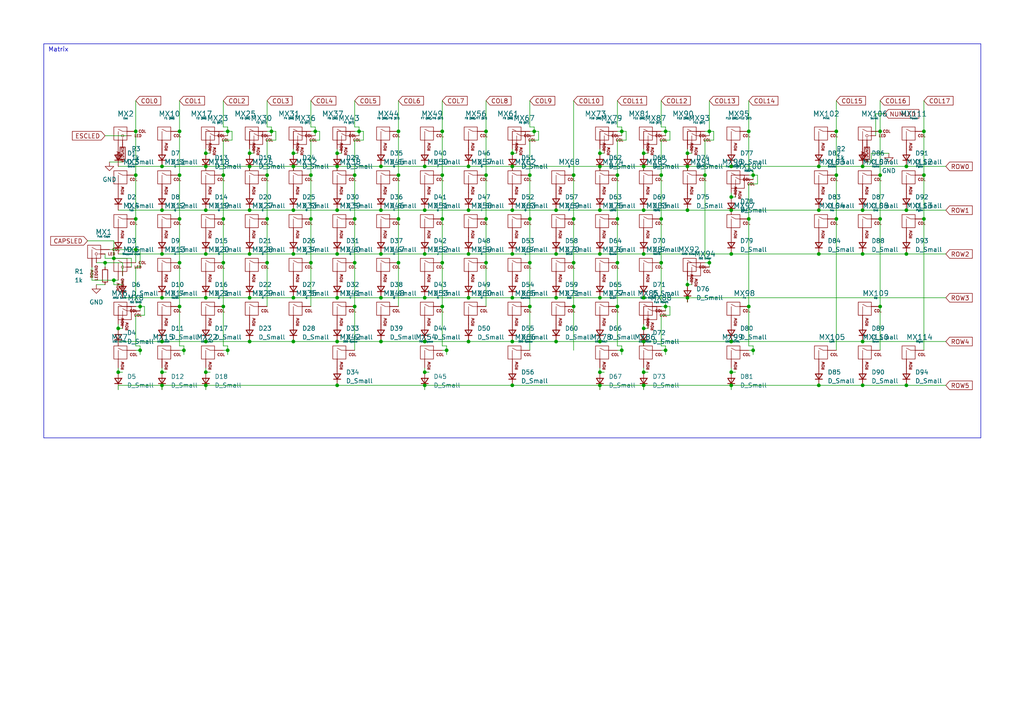
<source format=kicad_sch>
(kicad_sch (version 20230121) (generator eeschema)
  (paper "A4")
  (title_block (title "SST80") (date "2023-02-09") (rev "1.0"))
  (junction (at 123.19 107.95))
  (junction (at 179.07 88.9))
  (junction (at 148.59 86.36))
  (junction (at 66.04 38.1))
  (junction (at 242.57 50.8))
  (junction (at 30.48 76.2))
  (junction (at 78.74 38.1))
  (junction (at 110.49 48.26))
  (junction (at 180.34 101.6))
  (junction (at 140.97 38.1))
  (junction (at 104.14 38.1))
  (junction (at 262.89 111.76))
  (junction (at 166.37 50.8))
  (junction (at 148.59 48.26))
  (junction (at 77.47 50.8))
  (junction (at 179.07 76.2))
  (junction (at 140.97 63.5))
  (junction (at 59.69 86.36))
  (junction (at 161.29 60.96))
  (junction (at 52.07 50.8))
  (junction (at 77.47 76.2))
  (junction (at 205.74 76.2))
  (junction (at 97.79 60.96))
  (junction (at 123.19 111.76))
  (junction (at 166.37 76.2))
  (junction (at 148.59 73.66))
  (junction (at 179.07 50.8))
  (junction (at 186.69 48.26))
  (junction (at 186.69 73.66))
  (junction (at 173.99 99.06))
  (junction (at 140.97 50.8))
  (junction (at 59.69 99.06))
  (junction (at 135.89 73.66))
  (junction (at 85.09 44.45))
  (junction (at 40.64 101.6))
  (junction (at 33.02 74.93))
  (junction (at 186.69 95.25))
  (junction (at 102.87 50.8))
  (junction (at 77.47 63.5))
  (junction (at 199.39 48.26))
  (junction (at 97.79 99.06))
  (junction (at 46.99 107.95))
  (junction (at 33.02 81.28))
  (junction (at 72.39 86.36))
  (junction (at 72.39 73.66))
  (junction (at 85.09 73.66))
  (junction (at 140.97 76.2))
  (junction (at 217.17 63.5))
  (junction (at 123.19 48.26))
  (junction (at 110.49 86.36))
  (junction (at 204.47 50.8))
  (junction (at 46.99 86.36))
  (junction (at 212.09 57.15))
  (junction (at 153.67 76.2))
  (junction (at 97.79 73.66))
  (junction (at 193.04 88.9))
  (junction (at 161.29 99.06))
  (junction (at 250.19 48.26))
  (junction (at 46.99 48.26))
  (junction (at 52.07 63.5))
  (junction (at 218.44 50.8))
  (junction (at 59.69 73.66))
  (junction (at 128.27 38.1))
  (junction (at 148.59 111.76))
  (junction (at 242.57 38.1))
  (junction (at 34.29 95.25))
  (junction (at 46.99 111.76))
  (junction (at 128.27 63.5))
  (junction (at 262.89 48.26))
  (junction (at 115.57 38.1))
  (junction (at 129.54 101.6))
  (junction (at 66.04 101.6))
  (junction (at 212.09 107.95))
  (junction (at 123.19 99.06))
  (junction (at 72.39 44.45))
  (junction (at 64.77 76.2))
  (junction (at 166.37 63.5))
  (junction (at 173.99 86.36))
  (junction (at 193.04 101.6))
  (junction (at 186.69 86.36))
  (junction (at 115.57 63.5))
  (junction (at 148.59 60.96))
  (junction (at 46.99 73.66))
  (junction (at 85.09 99.06))
  (junction (at 115.57 76.2))
  (junction (at 90.17 63.5))
  (junction (at 212.09 48.26))
  (junction (at 250.19 60.96))
  (junction (at 110.49 60.96))
  (junction (at 262.89 60.96))
  (junction (at 110.49 99.06))
  (junction (at 173.99 48.26))
  (junction (at 255.27 38.1))
  (junction (at 255.27 63.5))
  (junction (at 59.69 44.45))
  (junction (at 59.69 60.96))
  (junction (at 85.09 48.26))
  (junction (at 52.07 76.2))
  (junction (at 97.79 44.45))
  (junction (at 237.49 111.76))
  (junction (at 39.37 63.5))
  (junction (at 34.29 107.95))
  (junction (at 72.39 48.26))
  (junction (at 267.97 50.8))
  (junction (at 237.49 48.26))
  (junction (at 242.57 63.5))
  (junction (at 199.39 60.96))
  (junction (at 153.67 63.5))
  (junction (at 267.97 38.1))
  (junction (at 123.19 73.66))
  (junction (at 186.69 99.06))
  (junction (at 59.69 111.76))
  (junction (at 110.49 73.66))
  (junction (at 153.67 50.8))
  (junction (at 173.99 111.76))
  (junction (at 191.77 76.2))
  (junction (at 153.67 88.9))
  (junction (at 128.27 76.2))
  (junction (at 173.99 60.96))
  (junction (at 267.97 63.5))
  (junction (at 102.87 63.5))
  (junction (at 64.77 63.5))
  (junction (at 250.19 111.76))
  (junction (at 97.79 86.36))
  (junction (at 218.44 101.6))
  (junction (at 85.09 86.36))
  (junction (at 212.09 60.96))
  (junction (at 250.19 99.06))
  (junction (at 115.57 50.8))
  (junction (at 186.69 60.96))
  (junction (at 191.77 63.5))
  (junction (at 59.69 107.95))
  (junction (at 123.19 86.36))
  (junction (at 193.04 38.1))
  (junction (at 173.99 73.66))
  (junction (at 135.89 99.06))
  (junction (at 39.37 72.39))
  (junction (at 102.87 76.2))
  (junction (at 39.37 38.1))
  (junction (at 154.94 38.1))
  (junction (at 102.87 88.9))
  (junction (at 128.27 50.8))
  (junction (at 199.39 82.55))
  (junction (at 91.44 38.1))
  (junction (at 237.49 73.66))
  (junction (at 173.99 107.95))
  (junction (at 161.29 73.66))
  (junction (at 205.74 38.1))
  (junction (at 97.79 111.76))
  (junction (at 90.17 50.8))
  (junction (at 180.34 38.1))
  (junction (at 161.29 86.36))
  (junction (at 191.77 50.8))
  (junction (at 186.69 44.45))
  (junction (at 255.27 88.9))
  (junction (at 72.39 99.06))
  (junction (at 97.79 48.26))
  (junction (at 250.19 73.66))
  (junction (at 199.39 44.45))
  (junction (at 128.27 88.9))
  (junction (at 179.07 63.5))
  (junction (at 186.69 107.95))
  (junction (at 166.37 88.9))
  (junction (at 64.77 50.8))
  (junction (at 53.34 101.6))
  (junction (at 135.89 60.96))
  (junction (at 262.89 73.66))
  (junction (at 217.17 88.9))
  (junction (at 173.99 44.45))
  (junction (at 212.09 111.76))
  (junction (at 237.49 60.96))
  (junction (at 135.89 48.26))
  (junction (at 148.59 44.45))
  (junction (at 255.27 50.8))
  (junction (at 123.19 60.96))
  (junction (at 90.17 76.2))
  (junction (at 148.59 99.06))
  (junction (at 46.99 60.96))
  (junction (at 85.09 60.96))
  (junction (at 135.89 86.36))
  (junction (at 40.64 88.9))
  (junction (at 52.07 88.9))
  (junction (at 72.39 60.96))
  (junction (at 212.09 99.06))
  (junction (at 52.07 38.1))
  (junction (at 199.39 86.36))
  (junction (at 39.37 50.8))
  (junction (at 64.77 88.9))
  (junction (at 186.69 111.76))
  (junction (at 59.69 48.26))
  (junction (at 217.17 38.1))
  (junction (at 46.99 99.06))
  (junction (at 212.09 73.66))
  (wire (pts (xy 205.74 76.2) (xy 205.74 74.93)))
  (wire (pts (xy 217.17 101.6) (xy 218.44 101.6)))
  (wire (pts (xy 204.47 74.93) (xy 204.47 50.8)))
  (wire (pts (xy 181.61 40.64) (xy 181.61 38.1)))
  (wire (pts (xy 219.71 53.34) (xy 219.71 50.8)))
  (wire (pts (xy 33.02 81.28) (xy 33.02 82.55)))
  (wire (pts (xy 180.34 101.6) (xy 180.34 102.87)))
  (wire (pts (xy 161.29 60.96) (xy 173.99 60.96)))
  (wire (pts (xy 34.29 93.98) (xy 34.29 95.25)))
  (wire (pts (xy 77.47 40.64) (xy 80.01 40.64)))
  (wire (pts (xy 59.69 60.96) (xy 72.39 60.96)))
  (wire (pts (xy 110.49 60.96) (xy 123.19 60.96)))
  (wire (pts (xy 105.41 40.64) (xy 105.41 38.1)))
  (wire (pts (xy 267.97 63.5) (xy 267.97 101.6)))
  (wire (pts (xy 153.67 50.8) (xy 153.67 40.64)))
  (wire (pts (xy 186.69 44.45) (xy 187.96 44.45)))
  (wire (pts (xy 102.87 76.2) (xy 102.87 63.5)))
  (wire (pts (xy 186.69 99.06) (xy 173.99 99.06)))
  (wire (pts (xy 128.27 88.9) (xy 128.27 76.2)))
  (wire (pts (xy 218.44 50.8) (xy 218.44 52.07)))
  (wire (pts (xy 27.94 82.55) (xy 30.48 82.55)))
  (wire (pts (xy 91.44 38.1) (xy 91.44 39.37)))
  (wire (pts (xy 104.14 38.1) (xy 104.14 36.83)))
  (wire (pts (xy 181.61 38.1) (xy 180.34 38.1)))
  (wire (pts (xy 59.69 111.76) (xy 59.69 113.03)))
  (wire (pts (xy 80.01 40.64) (xy 80.01 38.1)))
  (wire (pts (xy 217.17 49.53) (xy 217.17 38.1)))
  (wire (pts (xy 135.89 48.26) (xy 148.59 48.26)))
  (wire (pts (xy 218.44 101.6) (xy 218.44 102.87)))
  (wire (pts (xy 39.37 91.44) (xy 41.91 91.44)))
  (wire (pts (xy 34.29 106.68) (xy 34.29 107.95)))
  (wire (pts (xy 30.48 76.2) (xy 35.56 76.2)))
  (wire (pts (xy 27.94 76.2) (xy 30.48 76.2)))
  (wire (pts (xy 52.07 38.1) (xy 52.07 50.8)))
  (wire (pts (xy 105.41 38.1) (xy 104.14 38.1)))
  (wire (pts (xy 173.99 107.95) (xy 175.26 107.95)))
  (wire (pts (xy 180.34 38.1) (xy 180.34 36.83)))
  (wire (pts (xy 34.29 99.06) (xy 34.29 100.33)))
  (wire (pts (xy 154.94 38.1) (xy 154.94 39.37)))
  (wire (pts (xy 156.21 40.64) (xy 156.21 38.1)))
  (wire (pts (xy 193.04 88.9) (xy 193.04 90.17)))
  (wire (pts (xy 46.99 107.95) (xy 48.26 107.95)))
  (wire (pts (xy 38.1 74.93) (xy 38.1 77.47)))
  (wire (pts (xy 255.27 38.1) (xy 255.27 50.8)))
  (wire (pts (xy 85.09 48.26) (xy 85.09 49.53)))
  (wire (pts (xy 90.17 40.64) (xy 92.71 40.64)))
  (wire (pts (xy 59.69 44.45) (xy 60.96 44.45)))
  (wire (pts (xy 148.59 86.36) (xy 161.29 86.36)))
  (wire (pts (xy 102.87 63.5) (xy 102.87 50.8)))
  (wire (pts (xy 102.87 40.64) (xy 105.41 40.64)))
  (wire (pts (xy 34.29 113.03) (xy 34.29 111.76)))
  (wire (pts (xy 194.31 88.9) (xy 193.04 88.9)))
  (wire (pts (xy 46.99 106.68) (xy 46.99 107.95)))
  (wire (pts (xy 205.74 74.93) (xy 204.47 74.93)))
  (wire (pts (xy 199.39 86.36) (xy 199.39 87.63)))
  (wire (pts (xy 110.49 86.36) (xy 123.19 86.36)))
  (wire (pts (xy 31.75 46.99) (xy 35.56 46.99)))
  (wire (pts (xy 173.99 44.45) (xy 175.26 44.45)))
  (wire (pts (xy 35.56 80.01) (xy 35.56 76.2)))
  (wire (pts (xy 78.74 36.83) (xy 77.47 36.83)))
  (wire (pts (xy 64.77 36.83) (xy 64.77 29.21)))
  (wire (pts (xy 128.27 38.1) (xy 128.27 29.21)))
  (wire (pts (xy 40.64 100.33) (xy 39.37 100.33)))
  (wire (pts (xy 252.73 44.45) (xy 257.81 44.45)))
  (wire (pts (xy 242.57 38.1) (xy 242.57 50.8)))
  (wire (pts (xy 212.09 106.68) (xy 212.09 107.95)))
  (wire (pts (xy 39.37 88.9) (xy 40.64 88.9)))
  (wire (pts (xy 212.09 73.66) (xy 237.49 73.66)))
  (wire (pts (xy 72.39 73.66) (xy 85.09 73.66)))
  (wire (pts (xy 161.29 99.06) (xy 148.59 99.06)))
  (wire (pts (xy 64.77 40.64) (xy 67.31 40.64)))
  (wire (pts (xy 40.64 87.63) (xy 39.37 87.63)))
  (wire (pts (xy 140.97 38.1) (xy 140.97 50.8)))
  (wire (pts (xy 40.64 88.9) (xy 40.64 90.17)))
  (wire (pts (xy 267.97 38.1) (xy 267.97 50.8)))
  (wire (pts (xy 135.89 73.66) (xy 148.59 73.66)))
  (polyline (pts (xy 284.48 12.7) (xy 284.48 127)))
  (wire (pts (xy 34.29 60.96) (xy 46.99 60.96)))
  (wire (pts (xy 199.39 43.18) (xy 199.39 44.45)))
  (wire (pts (xy 102.87 88.9) (xy 102.87 76.2)))
  (wire (pts (xy 186.69 48.26) (xy 199.39 48.26)))
  (wire (pts (xy 250.19 48.26) (xy 262.89 48.26)))
  (wire (pts (xy 153.67 40.64) (xy 156.21 40.64)))
  (wire (pts (xy 186.69 111.76) (xy 186.69 113.03)))
  (wire (pts (xy 39.37 50.8) (xy 39.37 63.5)))
  (wire (pts (xy 140.97 63.5) (xy 140.97 76.2)))
  (wire (pts (xy 173.99 99.06) (xy 161.29 99.06)))
  (wire (pts (xy 153.67 76.2) (xy 153.67 63.5)))
  (wire (pts (xy 191.77 50.8) (xy 191.77 40.64)))
  (wire (pts (xy 267.97 29.21) (xy 267.97 38.1)))
  (wire (pts (xy 91.44 36.83) (xy 90.17 36.83)))
  (wire (pts (xy 129.54 100.33) (xy 128.27 100.33)))
  (wire (pts (xy 217.17 38.1) (xy 217.17 29.21)))
  (wire (pts (xy 52.07 63.5) (xy 52.07 76.2)))
  (wire (pts (xy 33.02 69.85) (xy 33.02 74.93)))
  (wire (pts (xy 180.34 100.33) (xy 179.07 100.33)))
  (wire (pts (xy 53.34 101.6) (xy 53.34 102.87)))
  (wire (pts (xy 212.09 99.06) (xy 186.69 99.06)))
  (wire (pts (xy 255.27 63.5) (xy 255.27 88.9)))
  (wire (pts (xy 46.99 48.26) (xy 59.69 48.26)))
  (wire (pts (xy 179.07 36.83) (xy 179.07 29.21)))
  (wire (pts (xy 67.31 40.64) (xy 67.31 38.1)))
  (wire (pts (xy 66.04 36.83) (xy 64.77 36.83)))
  (wire (pts (xy 77.47 88.9) (xy 77.47 76.2)))
  (wire (pts (xy 66.04 101.6) (xy 66.04 100.33)))
  (wire (pts (xy 64.77 88.9) (xy 64.77 76.2)))
  (wire (pts (xy 237.49 48.26) (xy 250.19 48.26)))
  (wire (pts (xy 39.37 38.1) (xy 39.37 50.8)))
  (wire (pts (xy 97.79 44.45) (xy 99.06 44.45)))
  (wire (pts (xy 72.39 44.45) (xy 73.66 44.45)))
  (wire (pts (xy 252.73 46.99) (xy 251.46 46.99)))
  (wire (pts (xy 212.09 57.15) (xy 213.36 57.15)))
  (wire (pts (xy 250.19 111.76) (xy 262.89 111.76)))
  (wire (pts (xy 34.29 95.25) (xy 35.56 95.25)))
  (wire (pts (xy 123.19 111.76) (xy 123.19 113.03)))
  (wire (pts (xy 102.87 36.83) (xy 102.87 29.21)))
  (wire (pts (xy 90.17 63.5) (xy 90.17 50.8)))
  (wire (pts (xy 115.57 63.5) (xy 115.57 76.2)))
  (wire (pts (xy 218.44 101.6) (xy 218.44 100.33)))
  (wire (pts (xy 102.87 50.8) (xy 102.87 40.64)))
  (wire (pts (xy 191.77 87.63) (xy 191.77 76.2)))
  (wire (pts (xy 30.48 39.37) (xy 38.1 39.37)))
  (wire (pts (xy 34.29 73.66) (xy 46.99 73.66)))
  (wire (pts (xy 97.79 43.18) (xy 97.79 44.45)))
  (wire (pts (xy 128.27 101.6) (xy 129.54 101.6)))
  (wire (pts (xy 59.69 48.26) (xy 72.39 48.26)))
  (wire (pts (xy 115.57 50.8) (xy 115.57 63.5)))
  (wire (pts (xy 72.39 60.96) (xy 85.09 60.96)))
  (wire (pts (xy 104.14 36.83) (xy 102.87 36.83)))
  (wire (pts (xy 123.19 48.26) (xy 135.89 48.26)))
  (wire (pts (xy 254 33.02) (xy 254 39.37)))
  (wire (pts (xy 218.44 100.33) (xy 217.17 100.33)))
  (wire (pts (xy 217.17 53.34) (xy 219.71 53.34)))
  (wire (pts (xy 193.04 101.6) (xy 193.04 100.33)))
  (wire (pts (xy 180.34 38.1) (xy 180.34 39.37)))
  (wire (pts (xy 186.69 43.18) (xy 186.69 44.45)))
  (wire (pts (xy 191.77 76.2) (xy 191.77 63.5)))
  (wire (pts (xy 59.69 99.06) (xy 46.99 99.06)))
  (wire (pts (xy 148.59 43.18) (xy 148.59 44.45)))
  (wire (pts (xy 267.97 50.8) (xy 267.97 63.5)))
  (wire (pts (xy 191.77 36.83) (xy 191.77 29.21)))
  (wire (pts (xy 91.44 38.1) (xy 92.71 38.1)))
  (wire (pts (xy 193.04 88.9) (xy 193.04 87.63)))
  (wire (pts (xy 207.01 40.64) (xy 207.01 38.1)))
  (wire (pts (xy 212.09 111.76) (xy 237.49 111.76)))
  (wire (pts (xy 153.67 63.5) (xy 153.67 50.8)))
  (wire (pts (xy 52.07 100.33) (xy 52.07 88.9)))
  (wire (pts (xy 242.57 29.21) (xy 242.57 38.1)))
  (wire (pts (xy 173.99 86.36) (xy 186.69 86.36)))
  (wire (pts (xy 205.74 76.2) (xy 205.74 77.47)))
  (wire (pts (xy 173.99 43.18) (xy 173.99 44.45)))
  (wire (pts (xy 199.39 82.55) (xy 200.66 82.55)))
  (wire (pts (xy 78.74 38.1) (xy 78.74 36.83)))
  (wire (pts (xy 135.89 86.36) (xy 148.59 86.36)))
  (wire (pts (xy 30.48 74.93) (xy 33.02 74.93)))
  (wire (pts (xy 46.99 60.96) (xy 59.69 60.96)))
  (wire (pts (xy 91.44 38.1) (xy 91.44 36.83)))
  (wire (pts (xy 123.19 73.66) (xy 135.89 73.66)))
  (wire (pts (xy 186.69 73.66) (xy 212.09 73.66)))
  (wire (pts (xy 97.79 99.06) (xy 85.09 99.06)))
  (wire (pts (xy 72.39 86.36) (xy 85.09 86.36)))
  (wire (pts (xy 77.47 36.83) (xy 77.47 29.21)))
  (wire (pts (xy 194.31 40.64) (xy 194.31 38.1)))
  (wire (pts (xy 193.04 36.83) (xy 191.77 36.83)))
  (wire (pts (xy 53.34 101.6) (xy 53.34 100.33)))
  (wire (pts (xy 153.67 36.83) (xy 153.67 29.21)))
  (wire (pts (xy 140.97 29.21) (xy 140.97 38.1)))
  (wire (pts (xy 110.49 73.66) (xy 123.19 73.66)))
  (polyline (pts (xy 284.48 127) (xy 12.7 127)))
  (wire (pts (xy 78.74 38.1) (xy 78.74 39.37)))
  (wire (pts (xy 191.77 101.6) (xy 193.04 101.6)))
  (wire (pts (xy 166.37 50.8) (xy 166.37 63.5)))
  (wire (pts (xy 72.39 99.06) (xy 59.69 99.06)))
  (wire (pts (xy 186.69 86.36) (xy 199.39 86.36)))
  (wire (pts (xy 191.77 38.1) (xy 193.04 38.1)))
  (wire (pts (xy 59.69 48.26) (xy 59.69 49.53)))
  (wire (pts (xy 173.99 106.68) (xy 173.99 107.95)))
  (wire (pts (xy 212.09 48.26) (xy 237.49 48.26)))
  (wire (pts (xy 148.59 111.76) (xy 173.99 111.76)))
  (wire (pts (xy 173.99 73.66) (xy 186.69 73.66)))
  (wire (pts (xy 64.77 63.5) (xy 64.77 50.8)))
  (wire (pts (xy 33.02 81.28) (xy 34.29 81.28)))
  (wire (pts (xy 39.37 29.21) (xy 39.37 38.1)))
  (wire (pts (xy 194.31 91.44) (xy 194.31 88.9)))
  (wire (pts (xy 40.64 88.9) (xy 40.64 87.63)))
  (wire (pts (xy 148.59 48.26) (xy 148.59 49.53)))
  (wire (pts (xy 191.77 88.9) (xy 193.04 88.9)))
  (wire (pts (xy 39.37 63.5) (xy 39.37 72.39)))
  (wire (pts (xy 85.09 48.26) (xy 97.79 48.26)))
  (wire (pts (xy 72.39 48.26) (xy 72.39 49.53)))
  (wire (pts (xy 199.39 86.36) (xy 274.32 86.36)))
  (wire (pts (xy 115.57 76.2) (xy 115.57 88.9)))
  (wire (pts (xy 191.77 63.5) (xy 191.77 50.8)))
  (wire (pts (xy 59.69 73.66) (xy 72.39 73.66)))
  (wire (pts (xy 140.97 76.2) (xy 140.97 88.9)))
  (wire (pts (xy 123.19 107.95) (xy 124.46 107.95)))
  (wire (pts (xy 115.57 29.21) (xy 115.57 38.1)))
  (wire (pts (xy 35.56 82.55) (xy 35.56 81.28)))
  (wire (pts (xy 217.17 88.9) (xy 217.17 63.5)))
  (wire (pts (xy 148.59 48.26) (xy 173.99 48.26)))
  (wire (pts (xy 46.99 111.76) (xy 46.99 113.03)))
  (wire (pts (xy 97.79 48.26) (xy 97.79 49.53)))
  (wire (pts (xy 191.77 91.44) (xy 194.31 91.44)))
  (wire (pts (xy 33.02 74.93) (xy 38.1 74.93)))
  (wire (pts (xy 242.57 63.5) (xy 242.57 101.6)))
  (wire (pts (xy 148.59 60.96) (xy 161.29 60.96)))
  (wire (pts (xy 212.09 55.88) (xy 212.09 57.15)))
  (polyline (pts (xy 12.7 12.7) (xy 12.7 127)))
  (wire (pts (xy 39.37 87.63) (xy 39.37 77.47)))
  (wire (pts (xy 262.89 73.66) (xy 274.32 73.66)))
  (wire (pts (xy 212.09 60.96) (xy 237.49 60.96)))
  (wire (pts (xy 262.89 111.76) (xy 274.32 111.76)))
  (wire (pts (xy 128.27 100.33) (xy 128.27 88.9)))
  (wire (pts (xy 115.57 38.1) (xy 115.57 50.8)))
  (wire (pts (xy 204.47 40.64) (xy 207.01 40.64)))
  (polyline (pts (xy 12.7 12.7) (xy 284.48 12.7)))
  (wire (pts (xy 173.99 111.76) (xy 173.99 113.03)))
  (wire (pts (xy 59.69 111.76) (xy 97.79 111.76)))
  (wire (pts (xy 199.39 48.26) (xy 212.09 48.26)))
  (wire (pts (xy 179.07 50.8) (xy 179.07 40.64)))
  (wire (pts (xy 207.01 38.1) (xy 205.74 38.1)))
  (wire (pts (xy 77.47 38.1) (xy 78.74 38.1)))
  (wire (pts (xy 64.77 50.8) (xy 64.77 40.64)))
  (wire (pts (xy 179.07 76.2) (xy 179.07 63.5)))
  (wire (pts (xy 250.19 99.06) (xy 212.09 99.06)))
  (wire (pts (xy 72.39 43.18) (xy 72.39 44.45)))
  (wire (pts (xy 166.37 29.21) (xy 166.37 50.8)))
  (wire (pts (xy 237.49 60.96) (xy 250.19 60.96)))
  (wire (pts (xy 52.07 29.21) (xy 52.07 38.1)))
  (wire (pts (xy 30.48 73.66) (xy 30.48 74.93)))
  (wire (pts (xy 204.47 50.8) (xy 204.47 40.64)))
  (wire (pts (xy 97.79 48.26) (xy 110.49 48.26)))
  (wire (pts (xy 59.69 107.95) (xy 60.96 107.95)))
  (wire (pts (xy 34.29 48.26) (xy 46.99 48.26)))
  (wire (pts (xy 153.67 88.9) (xy 153.67 76.2)))
  (wire (pts (xy 123.19 111.76) (xy 148.59 111.76)))
  (wire (pts (xy 191.77 100.33) (xy 191.77 91.44)))
  (wire (pts (xy 39.37 101.6) (xy 40.64 101.6)))
  (wire (pts (xy 186.69 48.26) (xy 186.69 49.53)))
  (wire (pts (xy 173.99 111.76) (xy 186.69 111.76)))
  (wire (pts (xy 217.17 63.5) (xy 217.17 53.34)))
  (wire (pts (xy 85.09 43.18) (xy 85.09 44.45)))
  (wire (pts (xy 123.19 99.06) (xy 110.49 99.06)))
  (wire (pts (xy 199.39 81.28) (xy 199.39 82.55)))
  (wire (pts (xy 39.37 72.39) (xy 39.37 76.2)))
  (wire (pts (xy 194.31 38.1) (xy 193.04 38.1)))
  (wire (pts (xy 193.04 101.6) (xy 193.04 102.87)))
  (wire (pts (xy 179.07 40.64) (xy 181.61 40.64)))
  (wire (pts (xy 161.29 86.36) (xy 173.99 86.36)))
  (wire (pts (xy 39.37 77.47) (xy 40.64 77.47)))
  (wire (pts (xy 102.87 38.1) (xy 104.14 38.1)))
  (wire (pts (xy 59.69 106.68) (xy 59.69 107.95)))
  (wire (pts (xy 250.19 73.66) (xy 262.89 73.66)))
  (wire (pts (xy 179.07 38.1) (xy 180.34 38.1)))
  (wire (pts (xy 46.99 99.06) (xy 34.29 99.06)))
  (wire (pts (xy 250.19 99.06) (xy 274.32 99.06)))
  (wire (pts (xy 179.07 88.9) (xy 179.07 76.2)))
  (wire (pts (xy 218.44 50.8) (xy 218.44 49.53)))
  (wire (pts (xy 90.17 76.2) (xy 90.17 63.5)))
  (wire (pts (xy 153.67 101.6) (xy 153.67 88.9)))
  (wire (pts (xy 217.17 50.8) (xy 218.44 50.8)))
  (wire (pts (xy 41.91 91.44) (xy 41.91 88.9)))
  (wire (pts (xy 64.77 38.1) (xy 66.04 38.1)))
  (wire (pts (xy 128.27 50.8) (xy 128.27 38.1)))
  (wire (pts (xy 179.07 63.5) (xy 179.07 50.8)))
  (wire (pts (xy 97.79 86.36) (xy 110.49 86.36)))
  (wire (pts (xy 66.04 101.6) (xy 66.04 102.87)))
  (wire (pts (xy 252.73 44.45) (xy 252.73 46.99)))
  (wire (pts (xy 199.39 44.45) (xy 200.66 44.45)))
  (wire (pts (xy 30.48 76.2) (xy 30.48 77.47)))
  (wire (pts (xy 161.29 73.66) (xy 173.99 73.66)))
  (wire (pts (xy 199.39 48.26) (xy 199.39 49.53)))
  (wire (pts (xy 66.04 100.33) (xy 64.77 100.33)))
  (wire (pts (xy 255.27 50.8) (xy 255.27 63.5)))
  (wire (pts (xy 191.77 40.64) (xy 194.31 40.64)))
  (wire (pts (xy 205.74 29.21) (xy 205.74 38.1)))
  (wire (pts (xy 128.27 76.2) (xy 128.27 63.5)))
  (wire (pts (xy 179.07 100.33) (xy 179.07 88.9)))
  (wire (pts (xy 97.79 73.66) (xy 110.49 73.66)))
  (wire (pts (xy 64.77 76.2) (xy 64.77 63.5)))
  (wire (pts (xy 173.99 60.96) (xy 186.69 60.96)))
  (wire (pts (xy 237.49 73.66) (xy 250.19 73.66)))
  (wire (pts (xy 46.99 86.36) (xy 59.69 86.36)))
  (wire (pts (xy 219.71 50.8) (xy 218.44 50.8)))
  (wire (pts (xy 39.37 100.33) (xy 39.37 91.44)))
  (wire (pts (xy 205.74 38.1) (xy 205.74 39.37)))
  (wire (pts (xy 212.09 111.76) (xy 212.09 113.03)))
  (wire (pts (xy 90.17 50.8) (xy 90.17 40.64)))
  (wire (pts (xy 52.07 101.6) (xy 53.34 101.6)))
  (wire (pts (xy 77.47 50.8) (xy 77.47 40.64)))
  (wire (pts (xy 135.89 99.06) (xy 123.19 99.06)))
  (wire (pts (xy 186.69 111.76) (xy 212.09 111.76)))
  (wire (pts (xy 64.77 101.6) (xy 66.04 101.6)))
  (wire (pts (xy 40.64 101.6) (xy 40.64 102.87)))
  (wire (pts (xy 123.19 60.96) (xy 135.89 60.96)))
  (wire (pts (xy 85.09 86.36) (xy 97.79 86.36)))
  (wire (pts (xy 212.09 60.96) (xy 212.09 62.23)))
  (wire (pts (xy 80.01 38.1) (xy 78.74 38.1)))
  (wire (pts (xy 85.09 44.45) (xy 86.36 44.45)))
  (wire (pts (xy 204.47 38.1) (xy 205.74 38.1)))
  (wire (pts (xy 46.99 73.66) (xy 59.69 73.66)))
  (wire (pts (xy 262.89 60.96) (xy 274.32 60.96)))
  (wire (pts (xy 85.09 99.06) (xy 72.39 99.06)))
  (wire (pts (xy 92.71 40.64) (xy 92.71 38.1)))
  (wire (pts (xy 186.69 93.98) (xy 186.69 95.25)))
  (wire (pts (xy 199.39 60.96) (xy 212.09 60.96)))
  (wire (pts (xy 148.59 73.66) (xy 161.29 73.66)))
  (wire (pts (xy 33.02 69.85) (xy 25.4 69.85)))
  (wire (pts (xy 193.04 38.1) (xy 193.04 36.83)))
  (wire (pts (xy 85.09 73.66) (xy 97.79 73.66)))
  (wire (pts (xy 186.69 99.06) (xy 186.69 100.33)))
  (wire (pts (xy 102.87 101.6) (xy 102.87 88.9)))
  (wire (pts (xy 212.09 107.95) (xy 213.36 107.95)))
  (wire (pts (xy 59.69 86.36) (xy 72.39 86.36)))
  (wire (pts (xy 110.49 99.06) (xy 97.79 99.06)))
  (wire (pts (xy 255.27 88.9) (xy 255.27 101.6)))
  (wire (pts (xy 34.29 111.76) (xy 46.99 111.76)))
  (wire (pts (xy 217.17 100.33) (xy 217.17 88.9)))
  (wire (pts (xy 242.57 50.8) (xy 242.57 63.5)))
  (wire (pts (xy 40.64 72.39) (xy 39.37 72.39)))
  (wire (pts (xy 166.37 63.5) (xy 166.37 76.2)))
  (wire (pts (xy 26.67 77.47) (xy 26.67 81.28)))
  (wire (pts (xy 40.64 77.47) (xy 40.64 72.39)))
  (wire (pts (xy 166.37 88.9) (xy 166.37 101.6)))
  (wire (pts (xy 40.64 101.6) (xy 40.64 100.33)))
  (wire (pts (xy 166.37 76.2) (xy 166.37 88.9)))
  (wire (pts (xy 193.04 87.63) (xy 191.77 87.63)))
  (wire (pts (xy 148.59 44.45) (xy 149.86 44.45)))
  (wire (pts (xy 129.54 101.6) (xy 129.54 102.87)))
  (wire (pts (xy 135.89 60.96) (xy 148.59 60.96)))
  (wire (pts (xy 173.99 48.26) (xy 186.69 48.26)))
  (wire (pts (xy 140.97 50.8) (xy 140.97 63.5)))
  (wire (pts (xy 52.07 88.9) (xy 52.07 76.2)))
  (wire (pts (xy 33.02 82.55) (xy 35.56 82.55)))
  (wire (pts (xy 193.04 38.1) (xy 193.04 39.37)))
  (wire (pts (xy 186.69 106.68) (xy 186.69 107.95)))
  (wire (pts (xy 193.04 100.33) (xy 191.77 100.33)))
  (wire (pts (xy 46.99 111.76) (xy 59.69 111.76)))
  (wire (pts (xy 154.94 38.1) (xy 156.21 38.1)))
  (wire (pts (xy 154.94 38.1) (xy 154.94 36.83)))
  (wire (pts (xy 123.19 106.68) (xy 123.19 107.95)))
  (wire (pts (xy 64.77 100.33) (xy 64.77 88.9)))
  (wire (pts (xy 204.47 76.2) (xy 205.74 76.2)))
  (wire (pts (xy 90.17 36.83) (xy 90.17 29.21)))
  (wire (pts (xy 262.89 48.26) (xy 274.32 48.26)))
  (wire (pts (xy 179.07 101.6) (xy 180.34 101.6)))
  (wire (pts (xy 26.67 81.28) (xy 33.02 81.28)))
  (wire (pts (xy 123.19 86.36) (xy 135.89 86.36)))
  (wire (pts (xy 237.49 111.76) (xy 250.19 111.76)))
  (wire (pts (xy 218.44 49.53) (xy 217.17 49.53)))
  (wire (pts (xy 180.34 36.83) (xy 179.07 36.83)))
  (wire (pts (xy 148.59 99.06) (xy 135.89 99.06)))
  (wire (pts (xy 186.69 107.95) (xy 187.96 107.95)))
  (wire (pts (xy 97.79 111.76) (xy 123.19 111.76)))
  (wire (pts (xy 256.54 33.02) (xy 254 33.02)))
  (wire (pts (xy 153.67 38.1) (xy 154.94 38.1)))
  (wire (pts (xy 90.17 88.9) (xy 90.17 76.2)))
  (wire (pts (xy 66.04 38.1) (xy 66.04 39.37)))
  (wire (pts (xy 186.69 95.25) (xy 187.96 95.25)))
  (wire (pts (xy 72.39 48.26) (xy 85.09 48.26)))
  (wire (pts (xy 35.56 86.36) (xy 46.99 86.36)))
  (wire (pts (xy 154.94 36.83) (xy 153.67 36.83)))
  (wire (pts (xy 31.75 72.39) (xy 39.37 72.39)))
  (wire (pts (xy 66.04 38.1) (xy 67.31 38.1)))
  (wire (pts (xy 59.69 43.18) (xy 59.69 44.45)))
  (wire (pts (xy 186.69 60.96) (xy 199.39 60.96)))
  (wire (pts (xy 129.54 101.6) (xy 129.54 100.33)))
  (wire (pts (xy 53.34 100.33) (xy 52.07 100.33)))
  (wire (pts (xy 34.29 107.95) (xy 35.56 107.95)))
  (wire (pts (xy 104.14 38.1) (xy 104.14 39.37)))
  (wire (pts (xy 128.27 63.5) (xy 128.27 50.8)))
  (wire (pts (xy 77.47 76.2) (xy 77.47 63.5)))
  (wire (pts (xy 66.04 38.1) (xy 66.04 36.83)))
  (wire (pts (xy 85.09 60.96) (xy 97.79 60.96)))
  (wire (pts (xy 110.49 48.26) (xy 123.19 48.26)))
  (wire (pts (xy 173.99 48.26) (xy 173.99 49.53)))
  (wire (pts (xy 52.07 50.8) (xy 52.07 63.5)))
  (wire (pts (xy 180.34 101.6) (xy 180.34 100.33)))
  (wire (pts (xy 41.91 88.9) (xy 40.64 88.9)))
  (wire (pts (xy 255.27 29.21) (xy 255.27 38.1)))
  (wire (pts (xy 250.19 60.96) (xy 262.89 60.96)))
  (wire (pts (xy 77.47 63.5) (xy 77.47 50.8)))
  (wire (pts (xy 97.79 60.96) (xy 110.49 60.96)))
  (wire (pts (xy 90.17 38.1) (xy 91.44 38.1)))
  (text "Matrix\n" (at 13.97 15.24 0) (effects (font (size 1.27 1.27)) (justify left bottom)))
  (global_label "COL16" (shape input) (at 255.27 29.21 0) (property "Intersheetrefs" "${INTERSHEET_REFS}" (effects hide)))
  (global_label "ROW2" (shape input) (at 274.32 73.66 0) (property "Intersheetrefs" "${INTERSHEET_REFS}" (effects hide)))
  (global_label "COL9" (shape input) (at 153.67 29.21 0) (property "Intersheetrefs" "${INTERSHEET_REFS}" (effects hide)))
  (global_label "COL2" (shape input) (at 64.77 29.21 0) (property "Intersheetrefs" "${INTERSHEET_REFS}" (effects hide)))
  (global_label "COL14" (shape input) (at 217.17 29.21 0) (property "Intersheetrefs" "${INTERSHEET_REFS}" (effects hide)))
  (global_label "COL8" (shape input) (at 140.97 29.21 0) (property "Intersheetrefs" "${INTERSHEET_REFS}" (effects hide)))
  (global_label "ROW5" (shape input) (at 274.32 111.76 0) (property "Intersheetrefs" "${INTERSHEET_REFS}" (effects hide)))
  (global_label "COL12" (shape input) (at 191.77 29.21 0) (property "Intersheetrefs" "${INTERSHEET_REFS}" (effects hide)))
  (global_label "COL5" (shape input) (at 102.87 29.21 0) (property "Intersheetrefs" "${INTERSHEET_REFS}" (effects hide)))
  (global_label "ESCLED" (shape input) (at 30.48 39.37 180) (property "Intersheetrefs" "${INTERSHEET_REFS}" (effects hide)))
  (global_label "COL6" (shape input) (at 115.57 29.21 0) (property "Intersheetrefs" "${INTERSHEET_REFS}" (effects hide)))
  (global_label "COL10" (shape input) (at 166.37 29.21 0) (property "Intersheetrefs" "${INTERSHEET_REFS}" (effects hide)))
  (global_label "COL0" (shape input) (at 39.37 29.21 0) (property "Intersheetrefs" "${INTERSHEET_REFS}" (effects hide)))
  (global_label "COL7" (shape input) (at 128.27 29.21 0) (property "Intersheetrefs" "${INTERSHEET_REFS}" (effects hide)))
  (global_label "COL15" (shape input) (at 242.57 29.21 0) (property "Intersheetrefs" "${INTERSHEET_REFS}" (effects hide)))
  (global_label "ROW0" (shape input) (at 274.32 48.26 0) (property "Intersheetrefs" "${INTERSHEET_REFS}" (effects hide)))
  (global_label "COL11" (shape input) (at 179.07 29.21 0) (property "Intersheetrefs" "${INTERSHEET_REFS}" (effects hide)))
  (global_label "CAPSLED" (shape input) (at 25.4 69.85 180) (property "Intersheetrefs" "${INTERSHEET_REFS}" (effects hide)))
  (global_label "COL3" (shape input) (at 77.47 29.21 0) (property "Intersheetrefs" "${INTERSHEET_REFS}" (effects hide)))
  (global_label "COL17" (shape input) (at 267.97 29.21 0) (property "Intersheetrefs" "${INTERSHEET_REFS}" (effects hide)))
  (global_label "ROW1" (shape input) (at 274.32 60.96 0) (property "Intersheetrefs" "${INTERSHEET_REFS}" (effects hide)))
  (global_label "COL13" (shape input) (at 205.74 29.21 0) (property "Intersheetrefs" "${INTERSHEET_REFS}" (effects hide)))
  (global_label "ROW4" (shape input) (at 274.32 99.06 0) (property "Intersheetrefs" "${INTERSHEET_REFS}" (effects hide)))
  (global_label "ROW3" (shape input) (at 274.32 86.36 0) (property "Intersheetrefs" "${INTERSHEET_REFS}" (effects hide)))
  (global_label "COL4" (shape input) (at 90.17 29.21 0) (property "Intersheetrefs" "${INTERSHEET_REFS}" (effects hide)))
  (global_label "NUMLED" (shape input) (at 256.54 33.02 0) (property "Intersheetrefs" "${INTERSHEET_REFS}" (effects hide)))
  (global_label "COL1" (shape input) (at 52.07 29.21 0) (property "Intersheetrefs" "${INTERSHEET_REFS}" (effects hide)))
  (symbol (lib_id "cipulot_parts:MX-NoLED") (at 48.26 90.17 0) (unit 1)
    (property "Reference" "MX14" (at 50.8 85.09 0) (effects (font (size 1.524 1.524))))
    (property "Value" "NUBS" (at 50.8 86.36 0) (effects (font (size 0.508 0.508))))
    (property "Footprint" "MX_Alps_Hybrid:MX-1U-NoLED" (effects hide))
  )
  (symbol (lib_id "cipulot_parts:MX-NoLED") (at 213.36 90.17 0) (unit 1)
    (property "Reference" "MX98" (at 215.9 85.09 0) (effects (font (size 1.524 1.524))))
    (property "Value" "Fn" (at 215.9 86.36 0) (effects (font (size 0.508 0.508))))
    (property "Footprint" "MX_Alps_Hybrid:MX-1U-NoLED" (effects hide))
  )
  (symbol (lib_id "Device:D_Small") (at 72.39 83.82 90) (unit 1)
    (property "Reference" "D22" (at 74.93 82.5499 90) (effects (justify right)))
    (property "Value" "D_Small" (at 74.93 85.0899 90) (effects (justify right)))
    (property "Footprint" "Diode_SMD:D_SOD-123" (effects hide))
  )
  (symbol (lib_id "cipulot_parts:MX-NoLED") (at 60.96 90.17 0) (unit 1)
    (property "Reference" "MX21" (at 63.5 85.09 0) (effects (font (size 1.524 1.524))))
    (property "Value" "Z" (at 63.5 86.36 0) (effects (font (size 0.508 0.508))))
    (property "Footprint" "MX_Alps_Hybrid:MX-1U-NoLED" (effects hide))
  )
  (symbol (lib_id "Device:D_Small") (at 34.29 45.72 90) (unit 1)
    (property "Reference" "D1" (at 36.83 44.4499 90) (effects (justify right)))
    (property "Value" "D_Small" (at 36.83 46.9899 90) (effects (justify right)))
    (property "Footprint" "Diode_SMD:D_SOD-123" (effects hide))
  )
  (symbol (lib_id "cipulot_parts:MX-NoLED") (at 111.76 39.37 0) (unit 1)
    (property "Reference" "MX44" (at 112.6456 33.02 0) (effects (font (size 1.524 1.524))))
    (property "Value" "F6 (88)/F5 (87)" (at 112.6456 34.29 0) (effects (font (size 0.508 0.508))))
    (property "Footprint" "MX_Alps_Hybrid:MX-1U-NoLED" (effects hide))
  )
  (symbol (lib_id "cipulot_parts:MX-NoLED") (at 149.86 102.87 0) (unit 1)
    (property "Reference" "MX66" (at 152.4 97.79 0) (effects (font (size 1.524 1.524))))
    (property "Value" "300 Space" (at 152.4 99.06 0) (effects (font (size 0.508 0.508))))
    (property "Footprint" "MX_Alps_Hybrid:MX-3U-ReversedStabilizers-NoLED" (effects hide))
  )
  (symbol (lib_id "cipulot_parts:MX-NoLED") (at 99.06 52.07 0) (unit 1)
    (property "Reference" "MX38" (at 101.6 46.99 0) (effects (font (size 1.524 1.524))))
    (property "Value" "5" (at 101.6 48.26 0) (effects (font (size 0.508 0.508))))
    (property "Footprint" "MX_Alps_Hybrid:MX-1U-NoLED" (effects hide))
  )
  (symbol (lib_id "cipulot_parts:MX-NoLED") (at 189.23 91.44 0) (unit 1)
    (property "Reference" "MX88" (at 191.77 86.36 0) (effects (font (size 1.524 1.524))))
    (property "Value" "Full RShift" (at 191.77 87.63 0) (effects (font (size 0.508 0.508))))
    (property "Footprint" "MX_Alps_Hybrid:MX-2.75U-NoLED" (effects hide))
  )
  (symbol (lib_id "cipulot_parts:MX-NoLED") (at 111.76 64.77 0) (unit 1)
    (property "Reference" "MX46" (at 114.3 59.69 0) (effects (font (size 1.524 1.524))))
    (property "Value" "Y" (at 114.3 60.96 0) (effects (font (size 0.508 0.508))))
    (property "Footprint" "MX_Alps_Hybrid:MX-1U-NoLED" (effects hide))
  )
  (symbol (lib_id "cipulot_parts:MX-NoLED") (at 124.46 77.47 0) (unit 1)
    (property "Reference" "MX52" (at 127 72.39 0) (effects (font (size 1.524 1.524))))
    (property "Value" "J" (at 127 73.66 0) (effects (font (size 0.508 0.508))))
    (property "Footprint" "MX_Alps_Hybrid:MX-1U-NoLED" (effects hide))
  )
  (symbol (lib_id "cipulot_parts:MX-NoLED") (at 238.76 102.87 0) (unit 1)
    (property "Reference" "MX105" (at 241.3 97.79 0) (effects (font (size 1.524 1.524))))
    (property "Value" "Left" (at 241.3 99.06 0) (effects (font (size 0.508 0.508))))
    (property "Footprint" "MX_Alps_Hybrid:MX-1U-NoLED" (effects hide))
  )
  (symbol (lib_id "Device:D_Small") (at 237.49 45.72 90) (unit 1)
    (property "Reference" "D82" (at 240.03 44.4499 90) (effects (justify right)))
    (property "Value" "D_Small" (at 240.03 46.9899 90) (effects (justify right)))
    (property "Footprint" "Diode_SMD:D_SOD-123" (effects hide))
  )
  (symbol (lib_id "Device:D_Small") (at 85.09 58.42 90) (unit 1)
    (property "Reference" "D25" (at 87.63 57.1499 90) (effects (justify right)))
    (property "Value" "D_Small" (at 87.63 59.6899 90) (effects (justify right)))
    (property "Footprint" "Diode_SMD:D_SOD-123" (effects hide))
  )
  (symbol (lib_id "cipulot_parts:MX-NoLED") (at 124.46 52.07 0) (unit 1)
    (property "Reference" "MX50" (at 127 46.99 0) (effects (font (size 1.524 1.524))))
    (property "Value" "7" (at 127 48.26 0) (effects (font (size 0.508 0.508))))
    (property "Footprint" "MX_Alps_Hybrid:MX-1U-NoLED" (effects hide))
  )
  (symbol (lib_id "Device:D_Small") (at 135.89 83.82 90) (unit 1)
    (property "Reference" "D49" (at 138.43 82.5499 90) (effects (justify right)))
    (property "Value" "D_Small" (at 138.43 85.0899 90) (effects (justify right)))
    (property "Footprint" "Diode_SMD:D_SOD-123" (effects hide))
  )
  (symbol (lib_id "Device:D_Small") (at 237.49 71.12 90) (unit 1)
    (property "Reference" "D84" (at 240.03 69.8499 90) (effects (justify right)))
    (property "Value" "D_Small" (at 240.03 72.3899 90) (effects (justify right)))
    (property "Footprint" "Diode_SMD:D_SOD-123" (effects hide))
  )
  (symbol (lib_id "Device:D_Small") (at 161.29 71.12 90) (unit 1)
    (property "Reference" "D58" (at 163.83 69.8499 90) (effects (justify right)))
    (property "Value" "D_Small" (at 163.83 72.3899 90) (effects (justify right)))
    (property "Footprint" "Diode_SMD:D_SOD-123" (effects hide))
  )
  (symbol (lib_id "cipulot_parts:MX-NoLED") (at 162.56 52.07 0) (unit 1)
    (property "Reference" "MX68" (at 165.1 46.99 0) (effects (font (size 1.524 1.524))))
    (property "Value" "0" (at 165.1 48.26 0) (effects (font (size 0.508 0.508))))
    (property "Footprint" "MX_Alps_Hybrid:MX-1U-NoLED" (effects hide))
  )
  (symbol (lib_id "cipulot_parts:MX-NoLED") (at 162.56 90.17 0) (unit 1)
    (property "Reference" "MX71" (at 165.1 85.09 0) (effects (font (size 1.524 1.524))))
    (property "Value" "Dot" (at 165.1 86.36 0) (effects (font (size 0.508 0.508))))
    (property "Footprint" "MX_Alps_Hybrid:MX-1U-NoLED" (effects hide))
  )
  (symbol (lib_id "cipulot_parts:MX-NoLED") (at 73.66 52.07 0) (unit 1)
    (property "Reference" "MX26" (at 76.2 46.99 0) (effects (font (size 1.524 1.524))))
    (property "Value" "3" (at 76.2 48.26 0) (effects (font (size 0.508 0.508))))
    (property "Footprint" "MX_Alps_Hybrid:MX-1U-NoLED" (effects hide))
  )
  (symbol (lib_id "Device:D_Small") (at 97.79 96.52 90) (unit 1)
    (property "Reference" "D33" (at 100.33 95.2499 90) (effects (justify right)))
    (property "Value" "D_Small" (at 100.33 97.7899 90) (effects (justify right)))
    (property "Footprint" "Diode_SMD:D_SOD-123" (effects hide))
  )
  (symbol (lib_id "cipulot_parts:MX-NoLED") (at 264.16 39.37 0) (unit 1)
    (property "Reference" "MX111" (at 265.0456 33.02 0) (effects (font (size 1.524 1.524))))
    (property "Value" "Pause" (at 265.0456 34.29 0) (effects (font (size 0.508 0.508))))
    (property "Footprint" "MX_Alps_Hybrid:MX-1U-NoLED" (effects hide))
  )
  (symbol (lib_id "cipulot_parts:MX-NoLED") (at 189.23 40.64 0) (unit 1)
    (property "Reference" "MX87" (at 190.1156 34.29 0) (effects (font (size 1.524 1.524))))
    (property "Value" "F10 (87)" (at 190.1156 35.56 0) (effects (font (size 0.508 0.508))))
    (property "Footprint" "MX_Alps_Hybrid:MX-1U-NoLED" (effects hide))
  )
  (symbol (lib_id "Device:D_Small") (at 85.09 96.52 90) (unit 1)
    (property "Reference" "D28" (at 87.63 95.2499 90) (effects (justify right)))
    (property "Value" "D_Small" (at 87.63 97.7899 90) (effects (justify right)))
    (property "Footprint" "Diode_SMD:D_SOD-123" (effects hide))
  )
  (symbol (lib_id "cipulot_parts:MX-NoLED") (at 162.56 64.77 0) (unit 1)
    (property "Reference" "MX69" (at 165.1 59.69 0) (effects (font (size 1.524 1.524))))
    (property "Value" "P" (at 165.1 60.96 0) (effects (font (size 0.508 0.508))))
    (property "Footprint" "MX_Alps_Hybrid:MX-1U-NoLED" (effects hide))
  )
  (symbol (lib_id "cipulot_parts:MX-NoLED") (at 60.96 52.07 0) (unit 1)
    (property "Reference" "MX18" (at 63.5 46.99 0) (effects (font (size 1.524 1.524))))
    (property "Value" "2" (at 63.5 48.26 0) (effects (font (size 0.508 0.508))))
    (property "Footprint" "MX_Alps_Hybrid:MX-1U-NoLED" (effects hide))
  )
  (symbol (lib_id "cipulot_parts:MX-NoLED") (at 175.26 90.17 0) (unit 1)
    (property "Reference" "MX77" (at 177.8 85.09 0) (effects (font (size 1.524 1.524))))
    (property "Value" "SLSH" (at 177.8 86.36 0) (effects (font (size 0.508 0.508))))
    (property "Footprint" "MX_Alps_Hybrid:MX-1U-NoLED" (effects hide))
  )
  (symbol (lib_id "cipulot_parts:MX-NoLED") (at 48.26 39.37 0) (unit 1)
    (property "Reference" "MX10" (at 49.1456 33.02 0) (effects (font (size 1.524 1.524))))
    (property "Value" "F1 (88)" (at 49.1456 34.29 0) (effects (font (size 0.508 0.508))))
    (property "Footprint" "MX_Alps_Hybrid:MX-1U-NoLED" (effects hide))
  )
  (symbol (lib_id "Device:D_Small") (at 262.89 58.42 90) (unit 1)
    (property "Reference" "D92" (at 265.43 57.1499 90) (effects (justify right)))
    (property "Value" "D_Small" (at 265.43 59.6899 90) (effects (justify right)))
    (property "Footprint" "Diode_SMD:D_SOD-123" (effects hide))
  )
  (symbol (lib_id "Device:D_Small") (at 123.19 83.82 90) (unit 1)
    (property "Reference" "D43" (at 125.73 82.5499 90) (effects (justify right)))
    (property "Value" "D_Small" (at 125.73 85.0899 90) (effects (justify right)))
    (property "Footprint" "Diode_SMD:D_SOD-123" (effects hide))
  )
  (symbol (lib_id "cipulot_parts:MX-NoLED") (at 86.36 39.37 0) (unit 1)
    (property "Reference" "MX31" (at 83.82 33.02 0) (effects (font (size 1.524 1.524))))
    (property "Value" "F4 (88)" (at 83.82 34.29 0) (effects (font (size 0.508 0.508))))
    (property "Footprint" "MX_Alps_Hybrid:MX-1U-NoLED" (effects hide))
  )
  (symbol (lib_id "cipulot_parts:MX-NoLED") (at 149.86 77.47 0) (unit 1)
    (property "Reference" "MX64" (at 152.4 72.39 0) (effects (font (size 1.524 1.524))))
    (property "Value" "L" (at 152.4 73.66 0) (effects (font (size 0.508 0.508))))
    (property "Footprint" "MX_Alps_Hybrid:MX-1U-NoLED" (effects hide))
  )
  (symbol (lib_id "Device:D_Small") (at 110.49 45.72 90) (unit 1)
    (property "Reference" "D35" (at 113.03 44.4499 90) (effects (justify right)))
    (property "Value" "D_Small" (at 113.03 46.9899 90) (effects (justify right)))
    (property "Footprint" "Diode_SMD:D_SOD-123" (effects hide))
  )
  (symbol (lib_id "Device:D_Small") (at 237.49 58.42 90) (unit 1)
    (property "Reference" "D83" (at 240.03 57.1499 90) (effects (justify right)))
    (property "Value" "D_Small" (at 240.03 59.6899 90) (effects (justify right)))
    (property "Footprint" "Diode_SMD:D_SOD-123" (effects hide))
  )
  (symbol (lib_id "cipulot_parts:MX-NoLED") (at 238.76 39.37 0) (unit 1)
    (property "Reference" "MX102" (at 239.6456 33.02 0) (effects (font (size 1.524 1.524))))
    (property "Value" "Print" (at 239.6456 34.29 0) (effects (font (size 0.508 0.508))))
    (property "Footprint" "MX_Alps_Hybrid:MX-1U-NoLED" (effects hide))
  )
  (symbol (lib_id "Device:D_Small") (at 46.99 110.49 90) (unit 1)
    (property "Reference" "D12" (at 49.53 109.2199 90) (effects (justify right)))
    (property "Value" "D_Small" (at 49.53 111.7599 90) (effects (justify right)))
    (property "Footprint" "Diode_SMD:D_SOD-123" (effects hide))
  )
  (symbol (lib_id "Device:D_Small") (at 148.59 109.22 90) (unit 1)
    (property "Reference" "D56" (at 151.13 107.9499 90) (effects (justify right)))
    (property "Value" "D_Small" (at 151.13 110.4899 90) (effects (justify right)))
    (property "Footprint" "Diode_SMD:D_SOD-123" (effects hide))
  )
  (symbol (lib_id "cipulot_parts:MX-NoLED") (at 48.26 77.47 0) (unit 1)
    (property "Reference" "MX13" (at 50.8 72.39 0) (effects (font (size 1.524 1.524))))
    (property "Value" "A" (at 50.8 73.66 0) (effects (font (size 0.508 0.508))))
    (property "Footprint" "MX_Alps_Hybrid:MX-1U-NoLED" (effects hide))
  )
  (symbol (lib_id "cipulot_parts:MX-NoLED") (at 124.46 90.17 0) (unit 1)
    (property "Reference" "MX53" (at 127 85.09 0) (effects (font (size 1.524 1.524))))
    (property "Value" "N" (at 127 86.36 0) (effects (font (size 0.508 0.508))))
    (property "Footprint" "MX_Alps_Hybrid:MX-1U-NoLED" (effects hide))
  )
  (symbol (lib_id "cipulot_parts:MX-LED") (at 251.46 39.37 0) (unit 1)
    (property "Reference" "MX106" (at 253.6156 33.02 0) (effects (font (size 1.524 1.524))))
    (property "Value" "Scroll" (at 253.6156 34.29 0) (effects (font (size 0.508 0.508))))
    (property "Footprint" "MX_Alps_Hybrid:MX-1U" (effects hide))
  )
  (symbol (lib_id "Device:D_Small") (at 110.49 96.52 90) (unit 1)
    (property "Reference" "D39" (at 113.03 95.2499 90) (effects (justify right)))
    (property "Value" "D_Small" (at 113.03 97.7899 90) (effects (justify right)))
    (property "Footprint" "Diode_SMD:D_SOD-123" (effects hide))
  )
  (symbol (lib_id "cipulot_parts:MX-NoLED") (at 213.36 52.07 0) (unit 1)
    (property "Reference" "MX96" (at 212.4744 46.99 0) (effects (font (size 1.524 1.524))))
    (property "Value" "Full BSPC" (at 212.4744 48.26 0) (effects (font (size 0.508 0.508))))
    (property "Footprint" "MX_Alps_Hybrid:MX-2U-NoLED" (effects hide))
  )
  (symbol (lib_id "Device:D_Small") (at 97.79 83.82 90) (unit 1)
    (property "Reference" "D32" (at 100.33 82.5499 90) (effects (justify right)))
    (property "Value" "D_Small" (at 100.33 85.0899 90) (effects (justify right)))
    (property "Footprint" "Diode_SMD:D_SOD-123" (effects hide))
  )
  (symbol (lib_name "MX-LED_1") (lib_id "cipulot_parts:MX-LED") (at 35.56 77.47 0) (unit 1)
    (property "Reference" "MX5" (at 38.1 72.39 0) (effects (font (size 1.524 1.524))))
    (property "Value" "Stepped caps" (at 38.1 73.66 0) (effects (font (size 0.508 0.508))))
    (property "Footprint" "MX_Alps_Hybrid:MX-1.25U-FLIPPED" (effects hide))
  )
  (symbol (lib_id "Device:D_Small") (at 237.49 109.22 90) (unit 1)
    (property "Reference" "D85" (at 240.03 107.9499 90) (effects (justify right)))
    (property "Value" "D_Small" (at 240.03 110.4899 90) (effects (justify right)))
    (property "Footprint" "Diode_SMD:D_SOD-123" (effects hide))
  )
  (symbol (lib_id "cipulot_parts:MX-NoLED") (at 60.96 102.87 0) (unit 1)
    (property "Reference" "MX22" (at 60.0744 97.79 0) (effects (font (size 1.524 1.524))))
    (property "Value" "150 LALT" (at 60.0744 99.06 0) (effects (font (size 0.508 0.508))))
    (property "Footprint" "MX_Alps_Hybrid:MX-1.5U-NoLED" (effects hide))
  )
  (symbol (lib_id "cipulot_parts:MX-NoLED") (at 264.16 64.77 0) (unit 1)
    (property "Reference" "MX113" (at 266.7 59.69 0) (effects (font (size 1.524 1.524))))
    (property "Value" "PgDn" (at 266.7 60.96 0) (effects (font (size 0.508 0.508))))
    (property "Footprint" "MX_Alps_Hybrid:MX-1U-NoLED" (effects hide))
  )
  (symbol (lib_id "cipulot_parts:MX-NoLED") (at 60.96 64.77 0) (unit 1)
    (property "Reference" "MX19" (at 63.5 59.69 0) (effects (font (size 1.524 1.524))))
    (property "Value" "W" (at 63.5 60.96 0) (effects (font (size 0.508 0.508))))
    (property "Footprint" "MX_Alps_Hybrid:MX-1U-NoLED" (effects hide))
  )
  (symbol (lib_name "MX-NoLED_5") (lib_id "cipulot_parts:MX-NoLED") (at 151.13 40.64 0) (unit 1)
    (property "Reference" "MX67" (at 152.0156 34.29 0) (effects (font (size 1.524 1.524))))
    (property "Value" "F8 (87)" (at 152.0156 35.56 0) (effects (font (size 0.508 0.508))))
    (property "Footprint" "MX_Alps_Hybrid:MX-1U-NoLED" (effects hide))
  )
  (symbol (lib_id "cipulot_parts:MX-NoLED") (at 35.56 102.87 0) (unit 1)
    (property "Reference" "MX7" (at 34.6744 97.79 0) (effects (font (size 1.524 1.524))))
    (property "Value" "150 LCTRL" (at 34.6744 99.06 0) (effects (font (size 0.508 0.508))))
    (property "Footprint" "MX_Alps_Hybrid:MX-1.5U-NoLED" (effects hide))
  )
  (symbol (lib_id "cipulot_parts:MX-NoLED") (at 73.66 77.47 0) (unit 1)
    (property "Reference" "MX28" (at 76.2 72.39 0) (effects (font (size 1.524 1.524))))
    (property "Value" "D" (at 76.2 73.66 0) (effects (font (size 0.508 0.508))))
    (property "Footprint" "MX_Alps_Hybrid:MX-1U-NoLED" (effects hide))
  )
  (symbol (lib_id "cipulot_parts:MX-NoLED") (at 251.46 102.87 0) (unit 1)
    (property "Reference" "MX110" (at 254 97.79 0) (effects (font (size 1.524 1.524))))
    (property "Value" "Down" (at 254 99.06 0) (effects (font (size 0.508 0.508))))
    (property "Footprint" "MX_Alps_Hybrid:MX-1U-NoLED" (effects hide))
  )
  (symbol (lib_id "Device:D_Small") (at 250.19 58.42 90) (unit 1)
    (property "Reference" "D87" (at 252.73 57.1499 90) (effects (justify right)))
    (property "Value" "D_Small" (at 252.73 59.6899 90) (effects (justify right)))
    (property "Footprint" "Diode_SMD:D_SOD-123" (effects hide))
  )
  (symbol (lib_id "cipulot_parts:MX-NoLED") (at 124.46 64.77 0) (unit 1)
    (property "Reference" "MX51" (at 127 59.69 0) (effects (font (size 1.524 1.524))))
    (property "Value" "U" (at 127 60.96 0) (effects (font (size 0.508 0.508))))
    (property "Footprint" "MX_Alps_Hybrid:MX-1U-NoLED" (effects hide))
  )
  (symbol (lib_id "Device:D_Small") (at 173.99 46.99 90) (unit 1)
    (property "Reference" "D62" (at 176.53 45.7199 90) (effects (justify right)))
    (property "Value" "D_Small" (at 176.53 48.2599 90) (effects (justify right)))
    (property "Footprint" "Diode_SMD:D_SOD-123" (effects hide))
  )
  (symbol (lib_id "cipulot_parts:MX-NoLED") (at 99.06 77.47 0) (unit 1)
    (property "Reference" "MX40" (at 101.6 72.39 0) (effects (font (size 1.524 1.524))))
    (property "Value" "G" (at 101.6 73.66 0) (effects (font (size 0.508 0.508))))
    (property "Footprint" "MX_Alps_Hybrid:MX-1U-NoLED" (effects hide))
  )
  (symbol (lib_id "Device:D_Small") (at 123.19 110.49 90) (unit 1)
    (property "Reference" "D45" (at 125.73 109.2199 90) (effects (justify right)))
    (property "Value" "D_Small" (at 125.73 111.7599 90) (effects (justify right)))
    (property "Footprint" "Diode_SMD:D_SOD-123" (effects hide))
  )
  (symbol (lib_id "cipulot_parts:MX-NoLED") (at 187.96 90.17 0) (unit 1)
    (property "Reference" "MX85" (at 187.96 85.09 0) (effects (font (size 1.524 1.524))))
    (property "Value" "Split RShift" (at 187.96 86.36 0) (effects (font (size 0.508 0.508))))
    (property "Footprint" "MX_Alps_Hybrid:MX-1.75U-NoLED" (effects hide))
  )
  (symbol (lib_id "Device:D_Small") (at 212.09 59.69 90) (unit 1)
    (property "Reference" "D78" (at 214.63 58.4199 90) (effects (justify right)))
    (property "Value" "D_Small" (at 214.63 60.9599 90) (effects (justify right)))
    (property "Footprint" "Diode_SMD:D_SOD-123" (effects hide))
  )
  (symbol (lib_id "Device:D_Small") (at 135.89 96.52 90) (unit 1)
    (property "Reference" "D50" (at 138.43 95.2499 90) (effects (justify right)))
    (property "Value" "D_Small" (at 138.43 97.7899 90) (effects (justify right)))
    (property "Footprint" "Diode_SMD:D_SOD-123" (effects hide))
  )
  (symbol (lib_id "power:GND") (at 257.81 44.45 0) (unit 1)
    (property "Reference" "#PWR0145" (effects hide))
    (property "Value" "GND" (at 257.81 49.53 0))
  )
  (symbol (lib_id "Device:D_Small") (at 186.69 83.82 90) (unit 1)
    (property "Reference" "D71" (at 189.23 82.5499 90) (effects (justify right)))
    (property "Value" "D_Small" (at 189.23 85.0899 90) (effects (justify right)))
    (property "Footprint" "Diode_SMD:D_SOD-123" (effects hide))
  )
  (symbol (lib_id "cipulot_parts:MX-NoLED") (at 35.56 64.77 0) (unit 1)
    (property "Reference" "MX4" (at 38.1 59.69 0) (effects (font (size 1.524 1.524))))
    (property "Value" "Tab" (at 38.1 60.96 0) (effects (font (size 0.508 0.508))))
    (property "Footprint" "MX_Alps_Hybrid:MX-1.5U-NoLED" (effects hide))
  )
  (symbol (lib_id "cipulot_parts:MX-NoLED") (at 73.66 90.17 0) (unit 1)
    (property "Reference" "MX29" (at 76.2 85.09 0) (effects (font (size 1.524 1.524))))
    (property "Value" "X" (at 76.2 86.36 0) (effects (font (size 0.508 0.508))))
    (property "Footprint" "MX_Alps_Hybrid:MX-1U-NoLED" (effects hide))
  )
  (symbol (lib_id "Device:D_Small") (at 135.89 58.42 90) (unit 1)
    (property "Reference" "D47" (at 138.43 57.1499 90) (effects (justify right)))
    (property "Value" "D_Small" (at 138.43 59.6899 90) (effects (justify right)))
    (property "Footprint" "Diode_SMD:D_SOD-123" (effects hide))
  )
  (symbol (lib_name "MX-NoLED_8") (lib_id "cipulot_parts:MX-NoLED") (at 200.66 39.37 0) (unit 1)
    (property "Reference" "MX90" (at 198.12 33.02 0) (effects (font (size 1.524 1.524))))
    (property "Value" "F12 (88)" (at 198.12 34.29 0) (effects (font (size 0.508 0.508))))
    (property "Footprint" "MX_Alps_Hybrid:MX-1U-NoLED" (effects hide))
  )
  (symbol (lib_id "Device:D_Small") (at 250.19 71.12 90) (unit 1)
    (property "Reference" "D88" (at 252.73 69.8499 90) (effects (justify right)))
    (property "Value" "D_Small" (at 252.73 72.3899 90) (effects (justify right)))
    (property "Footprint" "Diode_SMD:D_SOD-123" (effects hide))
  )
  (symbol (lib_id "Device:D_Small") (at 46.99 83.82 90) (unit 1)
    (property "Reference" "D10" (at 49.53 82.5499 90) (effects (justify right)))
    (property "Value" "D_Small" (at 49.53 85.0899 90) (effects (justify right)))
    (property "Footprint" "Diode_SMD:D_SOD-123" (effects hide))
  )
  (symbol (lib_id "cipulot_parts:MX-NoLED") (at 73.66 39.37 0) (unit 1)
    (property "Reference" "MX25" (at 71.12 33.02 0) (effects (font (size 1.524 1.524))))
    (property "Value" "F3 (88)" (at 71.12 34.29 0) (effects (font (size 0.508 0.508))))
    (property "Footprint" "MX_Alps_Hybrid:MX-1U-NoLED" (effects hide))
  )
  (symbol (lib_id "Device:D_Small") (at 250.19 109.22 90) (unit 1)
    (property "Reference" "D90" (at 252.73 107.9499 90) (effects (justify right)))
    (property "Value" "D_Small" (at 252.73 110.4899 90) (effects (justify right)))
    (property "Footprint" "Diode_SMD:D_SOD-123" (effects hide))
  )
  (symbol (lib_id "Device:D_Small") (at 46.99 96.52 90) (unit 1)
    (property "Reference" "D11" (at 49.53 95.2499 90) (effects (justify right)))
    (property "Value" "D_Small" (at 49.53 97.7899 90) (effects (justify right)))
    (property "Footprint" "Diode_SMD:D_SOD-123" (effects hide))
  )
  (symbol (lib_id "cipulot_parts:MX-NoLED") (at 175.26 64.77 0) (unit 1)
    (property "Reference" "MX75" (at 177.8 59.69 0) (effects (font (size 1.524 1.524))))
    (property "Value" "LBRC" (at 177.8 60.96 0) (effects (font (size 0.508 0.508))))
    (property "Footprint" "MX_Alps_Hybrid:MX-1U-NoLED" (effects hide))
  )
  (symbol (lib_id "Device:D_Small") (at 123.19 96.52 90) (unit 1)
    (property "Reference" "D44" (at 125.73 95.2499 90) (effects (justify right)))
    (property "Value" "D_Small" (at 125.73 97.7899 90) (effects (justify right)))
    (property "Footprint" "Diode_SMD:D_SOD-123" (effects hide))
  )
  (symbol (lib_id "Device:R_Small") (at 35.56 44.45 0) (unit 1)
    (property "Reference" "R3" (at 38.1 43.1799 0) (effects (justify left)))
    (property "Value" "1k" (at 38.1 45.7199 0) (effects (justify left)))
    (property "Footprint" "Resistor_SMD:R_0402_1005Metric" (effects hide))
  )
  (symbol (lib_id "cipulot_parts:MX-NoLED") (at 86.36 90.17 0) (unit 1)
    (property "Reference" "MX35" (at 88.9 85.09 0) (effects (font (size 1.524 1.524))))
    (property "Value" "C" (at 88.9 86.36 0) (effects (font (size 0.508 0.508))))
    (property "Footprint" "MX_Alps_Hybrid:MX-1U-NoLED" (effects hide))
  )
  (symbol (lib_id "cipulot_parts:MX-NoLED") (at 35.56 90.17 0) (unit 1)
    (property "Reference" "MX6" (at 34.6744 85.09 0) (effects (font (size 1.524 1.524))))
    (property "Value" "ANSI Shift" (at 34.6744 86.36 0) (effects (font (size 0.508 0.508))))
    (property "Footprint" "MX_Alps_Hybrid:MX-2.25U-NoLED" (effects hide))
  )
  (symbol (lib_id "Device:D_Small") (at 173.99 71.12 90) (unit 1)
    (property "Reference" "D64" (at 176.53 69.8499 90) (effects (justify right)))
    (property "Value" "D_Small" (at 176.53 72.3899 90) (effects (justify right)))
    (property "Footprint" "Diode_SMD:D_SOD-123" (effects hide))
  )
  (symbol (lib_id "Device:D_Small") (at 148.59 71.12 90) (unit 1)
    (property "Reference" "D53" (at 151.13 69.8499 90) (effects (justify right)))
    (property "Value" "D_Small" (at 151.13 72.3899 90) (effects (justify right)))
    (property "Footprint" "Diode_SMD:D_SOD-123" (effects hide))
  )
  (symbol (lib_id "cipulot_parts:MX-NoLED") (at 124.46 39.37 0) (unit 1)
    (property "Reference" "MX49" (at 125.3456 33.02 0) (effects (font (size 1.524 1.524))))
    (property "Value" "F7 (88)/F6 (87)" (at 125.3456 34.29 0) (effects (font (size 0.508 0.508))))
    (property "Footprint" "MX_Alps_Hybrid:MX-1U-NoLED" (effects hide))
  )
  (symbol (lib_id "cipulot_parts:MX-NoLED") (at 60.96 39.37 0) (unit 1)
    (property "Reference" "MX17" (at 58.42 33.02 0) (effects (font (size 1.524 1.524))))
    (property "Value" "F2 (88)" (at 58.42 34.29 0) (effects (font (size 0.508 0.508))))
    (property "Footprint" "MX_Alps_Hybrid:MX-1U-NoLED" (effects hide))
  )
  (symbol (lib_id "Device:D_Small") (at 212.09 45.72 90) (unit 1)
    (property "Reference" "D77" (at 214.63 44.4499 90) (effects (justify right)))
    (property "Value" "D_Small" (at 214.63 46.9899 90) (effects (justify right)))
    (property "Footprint" "Diode_SMD:D_SOD-123" (effects hide))
  )
  (symbol (lib_id "Device:D_Small") (at 148.59 96.52 90) (unit 1)
    (property "Reference" "D55" (at 151.13 95.2499 90) (effects (justify right)))
    (property "Value" "D_Small" (at 151.13 97.7899 90) (effects (justify right)))
    (property "Footprint" "Diode_SMD:D_SOD-123" (effects hide))
  )
  (symbol (lib_id "Device:D_Small") (at 161.29 83.82 90) (unit 1)
    (property "Reference" "D59" (at 163.83 82.5499 90) (effects (justify right)))
    (property "Value" "D_Small" (at 163.83 85.0899 90) (effects (justify right)))
    (property "Footprint" "Diode_SMD:D_SOD-123" (effects hide))
  )
  (symbol (lib_id "Device:D_Small") (at 148.59 83.82 90) (unit 1)
    (property "Reference" "D54" (at 151.13 82.5499 90) (effects (justify right)))
    (property "Value" "D_Small" (at 151.13 85.0899 90) (effects (justify right)))
    (property "Footprint" "Diode_SMD:D_SOD-123" (effects hide))
  )
  (symbol (lib_id "cipulot_parts:MX-NoLED") (at 213.36 102.87 0) (unit 1)
    (property "Reference" "MX99" (at 212.4744 97.79 0) (effects (font (size 1.524 1.524))))
    (property "Value" "150 RCTRL" (at 212.4744 99.06 0) (effects (font (size 0.508 0.508))))
    (property "Footprint" "MX_Alps_Hybrid:MX-1.5U-NoLED" (effects hide))
  )
  (symbol (lib_id "Device:D_Small") (at 173.99 58.42 90) (unit 1)
    (property "Reference" "D63" (at 176.53 57.1499 90) (effects (justify right)))
    (property "Value" "D_Small" (at 176.53 59.6899 90) (effects (justify right)))
    (property "Footprint" "Diode_SMD:D_SOD-123" (effects hide))
  )
  (symbol (lib_id "cipulot_parts:MX-NoLED") (at 99.06 102.87 0) (unit 1)
    (property "Reference" "MX42" (at 101.6 97.79 0) (effects (font (size 1.524 1.524))))
    (property "Value" "300 Space" (at 101.6 99.06 0) (effects (font (size 0.508 0.508))))
    (property "Footprint" "MX_Alps_Hybrid:MX-3U-ReversedStabilizers-NoLED" (effects hide))
  )
  (symbol (lib_id "Device:D_Small") (at 212.09 110.49 90) (unit 1)
    (property "Reference" "D81" (at 214.63 109.2199 90) (effects (justify right)))
    (property "Value" "D_Small" (at 214.63 111.7599 90) (effects (justify right)))
    (property "Footprint" "Diode_SMD:D_SOD-123" (effects hide))
  )
  (symbol (lib_id "cipulot_parts:MX-NoLED") (at 200.66 52.07 0) (unit 1)
    (property "Reference" "MX91" (at 203.2 46.99 0) (effects (font (size 1.524 1.524))))
    (property "Value" "LBSPC" (at 203.2 48.26 0) (effects (font (size 0.508 0.508))))
    (property "Footprint" "MX_Alps_Hybrid:MX-1U-NoLED" (effects hide))
  )
  (symbol (lib_id "cipulot_parts:MX-LED") (at 35.56 39.37 0) (unit 1)
    (property "Reference" "MX2" (at 36.4456 33.02 0) (effects (font (size 1.524 1.524))))
    (property "Value" "Esc" (at 36.4456 34.29 0) (effects (font (size 0.508 0.508))))
    (property "Footprint" "MX_Alps_Hybrid:MX-1U" (effects hide))
  )
  (symbol (lib_id "cipulot_parts:MX-NoLED") (at 73.66 64.77 0) (unit 1)
    (property "Reference" "MX27" (at 76.2 59.69 0) (effects (font (size 1.524 1.524))))
    (property "Value" "E" (at 76.2 60.96 0) (effects (font (size 0.508 0.508))))
    (property "Footprint" "MX_Alps_Hybrid:MX-1U-NoLED" (effects hide))
  )
  (symbol (lib_id "Device:D_Small") (at 186.69 58.42 90) (unit 1)
    (property "Reference" "D69" (at 189.23 57.1499 90) (effects (justify right)))
    (property "Value" "D_Small" (at 189.23 59.6899 90) (effects (justify right)))
    (property "Footprint" "Diode_SMD:D_SOD-123" (effects hide))
  )
  (symbol (lib_id "Device:D_Small") (at 123.19 71.12 90) (unit 1)
    (property "Reference" "D42" (at 125.73 69.8499 90) (effects (justify right)))
    (property "Value" "D_Small" (at 125.73 72.3899 90) (effects (justify right)))
    (property "Footprint" "Diode_SMD:D_SOD-123" (effects hide))
  )
  (symbol (lib_id "Device:D_Small") (at 46.99 71.12 90) (unit 1)
    (property "Reference" "D9" (at 49.53 69.8499 90) (effects (justify right)))
    (property "Value" "D_Small" (at 49.53 72.3899 90) (effects (justify right)))
    (property "Footprint" "Diode_SMD:D_SOD-123" (effects hide))
  )
  (symbol (lib_id "Device:D_Small") (at 85.09 83.82 90) (unit 1)
    (property "Reference" "D27" (at 87.63 82.5499 90) (effects (justify right)))
    (property "Value" "D_Small" (at 87.63 85.0899 90) (effects (justify right)))
    (property "Footprint" "Diode_SMD:D_SOD-123" (effects hide))
  )
  (symbol (lib_id "Device:D_Small") (at 35.56 83.82 90) (unit 1)
    (property "Reference" "D6" (at 38.1 82.5499 90) (effects (justify right)))
    (property "Value" "D_Small" (at 38.1 85.0899 90) (effects (justify right)))
    (property "Footprint" "Diode_SMD:D_SOD-123" (effects hide))
  )
  (symbol (lib_id "Device:D_Small") (at 72.39 58.42 90) (unit 1)
    (property "Reference" "D20" (at 74.93 57.1499 90) (effects (justify right)))
    (property "Value" "D_Small" (at 74.93 59.6899 90) (effects (justify right)))
    (property "Footprint" "Diode_SMD:D_SOD-123" (effects hide))
  )
  (symbol (lib_id "cipulot_parts:MX-NoLED") (at 149.86 90.17 0) (unit 1)
    (property "Reference" "MX65" (at 152.4 85.09 0) (effects (font (size 1.524 1.524))))
    (property "Value" "Comma" (at 152.4 86.36 0) (effects (font (size 0.508 0.508))))
    (property "Footprint" "MX_Alps_Hybrid:MX-1U-NoLED" (effects hide))
  )
  (symbol (lib_id "Device:D_Small") (at 34.29 58.42 90) (unit 1)
    (property "Reference" "D2" (at 36.83 57.1499 90) (effects (justify right)))
    (property "Value" "D_Small" (at 36.83 59.6899 90) (effects (justify right)))
    (property "Footprint" "Diode_SMD:D_SOD-123" (effects hide))
  )
  (symbol (lib_id "cipulot_parts:MX-NoLED") (at 111.76 52.07 0) (unit 1)
    (property "Reference" "MX45" (at 114.3 46.99 0) (effects (font (size 1.524 1.524))))
    (property "Value" "6" (at 114.3 48.26 0) (effects (font (size 0.508 0.508))))
    (property "Footprint" "MX_Alps_Hybrid:MX-1U-NoLED" (effects hide))
  )
  (symbol (lib_id "cipulot_parts:MX-NoLED") (at 124.46 102.87 0) (unit 1)
    (property "Reference" "MX54" (at 123.5744 97.79 0) (effects (font (size 1.524 1.524))))
    (property "Value" "700 Space" (at 123.5744 99.06 0) (effects (font (size 0.508 0.508))))
    (property "Footprint" "MX_Alps_Hybrid:MX-7U-ReversedStabilizers-NoLED" (effects hide))
  )
  (symbol (lib_id "cipulot_parts:MX-NoLED") (at 251.46 52.07 0) (unit 1)
    (property "Reference" "MX107" (at 254 46.99 0) (effects (font (size 1.524 1.524))))
    (property "Value" "Home" (at 254 48.26 0) (effects (font (size 0.508 0.508))))
    (property "Footprint" "MX_Alps_Hybrid:MX-1U-NoLED" (effects hide))
  )
  (symbol (lib_id "Device:D_Small") (at 72.39 71.12 90) (unit 1)
    (property "Reference" "D21" (at 74.93 69.8499 90) (effects (justify right)))
    (property "Value" "D_Small" (at 74.93 72.3899 90) (effects (justify right)))
    (property "Footprint" "Diode_SMD:D_SOD-123" (effects hide))
  )
  (symbol (lib_id "Device:D_Small") (at 59.69 71.12 90) (unit 1)
    (property "Reference" "D15" (at 62.23 69.8499 90) (effects (justify right)))
    (property "Value" "D_Small" (at 62.23 72.3899 90) (effects (justify right)))
    (property "Footprint" "Diode_SMD:D_SOD-123" (effects hide))
  )
  (symbol (lib_id "Device:D_Small") (at 46.99 58.42 90) (unit 1)
    (property "Reference" "D8" (at 49.53 57.1499 90) (effects (justify right)))
    (property "Value" "D_Small" (at 49.53 59.6899 90) (effects (justify right)))
    (property "Footprint" "Diode_SMD:D_SOD-123" (effects hide))
  )
  (symbol (lib_id "cipulot_parts:MX-NoLED") (at 201.93 40.64 0) (unit 1)
    (property "Reference" "MX93" (at 202.8156 34.29 0) (effects (font (size 1.524 1.524))))
    (property "Value" "F11 (87)" (at 202.8156 35.56 0) (effects (font (size 0.508 0.508))))
    (property "Footprint" "MX_Alps_Hybrid:MX-1U-NoLED" (effects hide))
  )
  (symbol (lib_id "cipulot_parts:MX-NoLED") (at 149.86 64.77 0) (unit 1)
    (property "Reference" "MX63" (at 152.4 59.69 0) (effects (font (size 1.524 1.524))))
    (property "Value" "O" (at 152.4 60.96 0) (effects (font (size 0.508 0.508))))
    (property "Footprint" "MX_Alps_Hybrid:MX-1U-NoLED" (effects hide))
  )
  (symbol (lib_id "cipulot_parts:MX-NoLED") (at 149.86 52.07 0) (unit 1)
    (property "Reference" "MX62" (at 152.4 46.99 0) (effects (font (size 1.524 1.524))))
    (property "Value" "9" (at 152.4 48.26 0) (effects (font (size 0.508 0.508))))
    (property "Footprint" "MX_Alps_Hybrid:MX-1U-NoLED" (effects hide))
  )
  (symbol (lib_id "Device:D_Small") (at 212.09 96.52 90) (unit 1)
    (property "Reference" "D80" (at 214.63 95.2499 90) (effects (justify right)))
    (property "Value" "D_Small" (at 214.63 97.7899 90) (effects (justify right)))
    (property "Footprint" "Diode_SMD:D_SOD-123" (effects hide))
  )
  (symbol (lib_id "cipulot_parts:MX-NoLED") (at 60.96 77.47 0) (unit 1)
    (property "Reference" "MX20" (at 63.5 72.39 0) (effects (font (size 1.524 1.524))))
    (property "Value" "S" (at 63.5 73.66 0) (effects (font (size 0.508 0.508))))
    (property "Footprint" "MX_Alps_Hybrid:MX-1U-NoLED" (effects hide))
  )
  (symbol (lib_id "cipulot_parts:MX-NoLED") (at 99.06 64.77 0) (unit 1)
    (property "Reference" "MX39" (at 101.6 59.69 0) (effects (font (size 1.524 1.524))))
    (property "Value" "T" (at 101.6 60.96 0) (effects (font (size 0.508 0.508))))
    (property "Footprint" "MX_Alps_Hybrid:MX-1U-NoLED" (effects hide))
  )
  (symbol (lib_id "cipulot_parts:MX-NoLED") (at 213.36 64.77 0) (unit 1)
    (property "Reference" "MX97" (at 215.9 59.69 0) (effects (font (size 1.524 1.524))))
    (property "Value" "BSLS" (at 215.9 60.96 0) (effects (font (size 0.508 0.508))))
    (property "Footprint" "MX_Alps_Hybrid:MX-1.5U-NoLED" (effects hide))
  )
  (symbol (lib_id "Device:D_Small") (at 262.89 71.12 90) (unit 1)
    (property "Reference" "D93" (at 265.43 69.8499 90) (effects (justify right)))
    (property "Value" "D_Small" (at 265.43 72.3899 90) (effects (justify right)))
    (property "Footprint" "Diode_SMD:D_SOD-123" (effects hide))
  )
  (symbol (lib_id "Device:D_Small") (at 97.79 46.99 90) (unit 1)
    (property "Reference" "D29" (at 100.33 45.7199 90) (effects (justify right)))
    (property "Value" "D_Small" (at 100.33 48.2599 90) (effects (justify right)))
    (property "Footprint" "Diode_SMD:D_SOD-123" (effects hide))
  )
  (symbol (lib_id "cipulot_parts:MX-LED") (at 27.94 73.66 0) (unit 1)
    (property "Reference" "MX1" (at 30.0956 67.31 0) (effects (font (size 1.524 1.524))))
    (property "Value" "Full Caps" (at 30.0956 68.58 0) (effects (font (size 0.508 0.508))))
    (property "Footprint" "MX_Alps_Hybrid:MX-1.75U" (effects hide))
  )
  (symbol (lib_id "Device:D_Small") (at 173.99 96.52 90) (unit 1)
    (property "Reference" "D66" (at 176.53 95.2499 90) (effects (justify right)))
    (property "Value" "D_Small" (at 176.53 97.7899 90) (effects (justify right)))
    (property "Footprint" "Diode_SMD:D_SOD-123" (effects hide))
  )
  (symbol (lib_id "cipulot_parts:MX-NoLED") (at 251.46 90.17 0) (unit 1)
    (property "Reference" "MX109" (at 254 85.09 0) (effects (font (size 1.524 1.524))))
    (property "Value" "Up" (at 254 86.36 0) (effects (font (size 0.508 0.508))))
    (property "Footprint" "MX_Alps_Hybrid:MX-1U-NoLED" (effects hide))
  )
  (symbol (lib_id "Device:D_Small") (at 186.69 110.49 90) (unit 1)
    (property "Reference" "D73" (at 189.23 109.2199 90) (effects (justify right)))
    (property "Value" "D_Small" (at 189.23 111.7599 90) (effects (justify right)))
    (property "Footprint" "Diode_SMD:D_SOD-123" (effects hide))
  )
  (symbol (lib_id "Device:D_Small") (at 173.99 110.49 90) (unit 1)
    (property "Reference" "D67" (at 176.53 109.2199 90) (effects (justify right)))
    (property "Value" "D_Small" (at 176.53 111.7599 90) (effects (justify right)))
    (property "Footprint" "Diode_SMD:D_SOD-123" (effects hide))
  )
  (symbol (lib_name "MX-NoLED_4") (lib_id "cipulot_parts:MX-NoLED") (at 100.33 40.64 0) (unit 1)
    (property "Reference" "MX43" (at 101.2156 34.29 0) (effects (font (size 1.524 1.524))))
    (property "Value" "F4 (87)" (at 101.2156 35.56 0) (effects (font (size 0.508 0.508))))
    (property "Footprint" "MX_Alps_Hybrid:MX-1U-NoLED" (effects hide))
  )
  (symbol (lib_id "Device:D_Small") (at 123.19 58.42 90) (unit 1)
    (property "Reference" "D41" (at 125.73 57.1499 90) (effects (justify right)))
    (property "Value" "D_Small" (at 125.73 59.6899 90) (effects (justify right)))
    (property "Footprint" "Diode_SMD:D_SOD-123" (effects hide))
  )
  (symbol (lib_id "cipulot_parts:MX-NoLED") (at 187.96 64.77 0) (unit 1)
    (property "Reference" "MX83" (at 190.5 59.69 0) (effects (font (size 1.524 1.524))))
    (property "Value" "RBRC" (at 190.5 60.96 0) (effects (font (size 0.508 0.508))))
    (property "Footprint" "MX_Alps_Hybrid:MX-1U-NoLED" (effects hide))
  )
  (symbol (lib_id "Device:D_Small") (at 199.39 58.42 90) (unit 1)
    (property "Reference" "D75" (at 201.93 57.1499 90) (effects (justify right)))
    (property "Value" "D_Small" (at 201.93 59.6899 90) (effects (justify right)))
    (property "Footprint" "Diode_SMD:D_SOD-123" (effects hide))
  )
  (symbol (lib_id "Device:D_Small") (at 186.69 71.12 90) (unit 1)
    (property "Reference" "D70" (at 189.23 69.8499 90) (effects (justify right)))
    (property "Value" "D_Small" (at 189.23 72.3899 90) (effects (justify right)))
    (property "Footprint" "Diode_SMD:D_SOD-123" (effects hide))
  )
  (symbol (lib_id "Device:R_Small") (at 251.46 44.45 0) (unit 1)
    (property "Reference" "R2" (at 242.57 43.18 0) (effects (justify left)))
    (property "Value" "1k" (at 242.57 45.72 0) (effects (justify left)))
    (property "Footprint" "Resistor_SMD:R_0402_1005Metric" (effects hide))
  )
  (symbol (lib_id "cipulot_parts:MX-NoLED") (at 264.16 52.07 0) (unit 1)
    (property "Reference" "MX112" (at 266.7 46.99 0) (effects (font (size 1.524 1.524))))
    (property "Value" "PgUp" (at 266.7 48.26 0) (effects (font (size 0.508 0.508))))
    (property "Footprint" "MX_Alps_Hybrid:MX-1U-NoLED" (effects hide))
  )
  (symbol (lib_id "Device:D_Small") (at 148.59 46.99 90) (unit 1)
    (property "Reference" "D51" (at 151.13 45.7199 90) (effects (justify right)))
    (property "Value" "D_Small" (at 151.13 48.2599 90) (effects (justify right)))
    (property "Footprint" "Diode_SMD:D_SOD-123" (effects hide))
  )
  (symbol (lib_id "cipulot_parts:MX-NoLED") (at 251.46 64.77 0) (unit 1)
    (property "Reference" "MX108" (at 254 59.69 0) (effects (font (size 1.524 1.524))))
    (property "Value" "End" (at 254 60.96 0) (effects (font (size 0.508 0.508))))
    (property "Footprint" "MX_Alps_Hybrid:MX-1U-NoLED" (effects hide))
  )
  (symbol (lib_id "Device:D_Small") (at 59.69 58.42 90) (unit 1)
    (property "Reference" "D14" (at 62.23 57.1499 90) (effects (justify right)))
    (property "Value" "D_Small" (at 62.23 59.6899 90) (effects (justify right)))
    (property "Footprint" "Diode_SMD:D_SOD-123" (effects hide))
  )
  (symbol (lib_id "cipulot_parts:MX-NoLED") (at 137.16 39.37 0) (unit 1)
    (property "Reference" "MX56" (at 138.0456 33.02 0) (effects (font (size 1.524 1.524))))
    (property "Value" "F8 (88)/F7 (87)" (at 138.0456 34.29 0) (effects (font (size 0.508 0.508))))
    (property "Footprint" "MX_Alps_Hybrid:MX-1U-NoLED" (effects hide))
  )
  (symbol (lib_id "Device:D_Small") (at 97.79 71.12 90) (unit 1)
    (property "Reference" "D31" (at 100.33 69.8499 90) (effects (justify right)))
    (property "Value" "D_Small" (at 100.33 72.3899 90) (effects (justify right)))
    (property "Footprint" "Diode_SMD:D_SOD-123" (effects hide))
  )
  (symbol (lib_id "Device:D_Small") (at 212.09 71.12 90) (unit 1)
    (property "Reference" "D79" (at 214.63 69.8499 90) (effects (justify right)))
    (property "Value" "D_Small" (at 214.63 72.3899 90) (effects (justify right)))
    (property "Footprint" "Diode_SMD:D_SOD-123" (effects hide))
  )
  (symbol (lib_id "cipulot_parts:MX-NoLED") (at 48.26 102.87 0) (unit 1)
    (property "Reference" "MX15" (at 47.3744 97.79 0) (effects (font (size 1.524 1.524))))
    (property "Value" "100 LGUI" (at 47.3744 99.06 0) (effects (font (size 0.508 0.508))))
    (property "Footprint" "MX_Alps_Hybrid:MX-1U-NoLED" (effects hide))
  )
  (symbol (lib_id "Device:D_Small") (at 34.29 71.12 90) (unit 1)
    (property "Reference" "D3" (at 36.83 69.8499 90) (effects (justify right)))
    (property "Value" "D_Small" (at 36.83 72.3899 90) (effects (justify right)))
    (property "Footprint" "Diode_SMD:D_SOD-123" (effects hide))
  )
  (symbol (lib_id "cipulot_parts:MX-NoLED") (at 187.96 102.87 0) (unit 1)
    (property "Reference" "MX86" (at 187.0744 97.79 0) (effects (font (size 1.524 1.524))))
    (property "Value" "100 RGUI" (at 187.0744 99.06 0) (effects (font (size 0.508 0.508))))
    (property "Footprint" "MX_Alps_Hybrid:MX-1U-NoLED" (effects hide))
  )
  (symbol (lib_id "Device:D_Small") (at 34.29 110.49 90) (unit 1)
    (property "Reference" "D5" (at 36.83 109.2199 90) (effects (justify right)))
    (property "Value" "D_Small" (at 36.83 111.7599 90) (effects (justify right)))
    (property "Footprint" "Diode_SMD:D_SOD-123" (effects hide))
  )
  (symbol (lib_id "cipulot_parts:MX-NoLED") (at 86.36 64.77 0) (unit 1)
    (property "Reference" "MX33" (at 88.9 59.69 0) (effects (font (size 1.524 1.524))))
    (property "Value" "R" (at 88.9 60.96 0) (effects (font (size 0.508 0.508))))
    (property "Footprint" "MX_Alps_Hybrid:MX-1U-NoLED" (effects hide))
  )
  (symbol (lib_name "MX-NoLED_7") (lib_id "cipulot_parts:MX-NoLED") (at 187.96 39.37 0) (unit 1)
    (property "Reference" "MX81" (at 185.42 33.02 0) (effects (font (size 1.524 1.524))))
    (property "Value" "F11 (88)" (at 185.42 34.29 0) (effects (font (size 0.508 0.508))))
    (property "Footprint" "MX_Alps_Hybrid:MX-1U-NoLED" (effects hide))
  )
  (symbol (lib_id "Device:D_Small") (at 250.19 45.72 90) (unit 1)
    (property "Reference" "D86" (at 252.73 44.4499 90) (effects (justify right)))
    (property "Value" "D_Small" (at 252.73 46.9899 90) (effects (justify right)))
    (property "Footprint" "Diode_SMD:D_SOD-123" (effects hide))
  )
  (symbol (lib_id "cipulot_parts:MX-NoLED") (at 86.36 77.47 0) (unit 1)
    (property "Reference" "MX34" (at 88.9 72.39 0) (effects (font (size 1.524 1.524))))
    (property "Value" "F" (at 88.9 73.66 0) (effects (font (size 0.508 0.508))))
    (property "Footprint" "MX_Alps_Hybrid:MX-1U-NoLED" (effects hide))
  )
  (symbol (lib_id "cipulot_parts:MX-NoLED") (at 187.96 52.07 0) (unit 1)
    (property "Reference" "MX82" (at 190.5 46.99 0) (effects (font (size 1.524 1.524))))
    (property "Value" "Equal" (at 190.5 48.26 0) (effects (font (size 0.508 0.508))))
    (property "Footprint" "MX_Alps_Hybrid:MX-1U-NoLED" (effects hide))
  )
  (symbol (lib_name "MX-NoLED_2") (lib_id "cipulot_parts:MX-NoLED") (at 74.93 40.64 0) (unit 1)
    (property "Reference" "MX30" (at 75.8156 34.29 0) (effects (font (size 1.524 1.524))))
    (property "Value" "F2 (87)" (at 75.8156 35.56 0) (effects (font (size 0.508 0.508))))
    (property "Footprint" "MX_Alps_Hybrid:MX-1U-NoLED" (effects hide))
  )
  (symbol (lib_id "Device:D_Small") (at 173.99 83.82 90) (unit 1)
    (property "Reference" "D65" (at 176.53 82.5499 90) (effects (justify right)))
    (property "Value" "D_Small" (at 176.53 85.0899 90) (effects (justify right)))
    (property "Footprint" "Diode_SMD:D_SOD-123" (effects hide))
  )
  (symbol (lib_id "cipulot_parts:MX-NoLED") (at 175.26 77.47 0) (unit 1)
    (property "Reference" "MX76" (at 177.8 72.39 0) (effects (font (size 1.524 1.524))))
    (property "Value" "Quote" (at 177.8 73.66 0) (effects (font (size 0.508 0.508))))
    (property "Footprint" "MX_Alps_Hybrid:MX-1U-NoLED" (effects hide))
  )
  (symbol (lib_name "MX-NoLED_1") (lib_id "cipulot_parts:MX-NoLED") (at 62.23 40.64 0) (unit 1)
    (property "Reference" "MX23" (at 63.1156 34.29 0) (effects (font (size 1.524 1.524))))
    (property "Value" "F1 (87)" (at 63.1156 35.56 0) (effects (font (size 0.508 0.508))))
    (property "Footprint" "MX_Alps_Hybrid:MX-1U-NoLED" (effects hide))
  )
  (symbol (lib_id "cipulot_parts:MX-NoLED") (at 149.86 39.37 0) (unit 1)
    (property "Reference" "MX61" (at 147.32 33.02 0) (effects (font (size 1.524 1.524))))
    (property "Value" "F9 (88)" (at 147.32 34.29 0) (effects (font (size 0.508 0.508))))
    (property "Footprint" "MX_Alps_Hybrid:MX-1U-NoLED" (effects hide))
  )
  (symbol (lib_id "Device:D_Small") (at 262.89 45.72 90) (unit 1)
    (property "Reference" "D91" (at 265.43 44.4499 90) (effects (justify right)))
    (property "Value" "D_Small" (at 265.43 46.9899 90) (effects (justify right)))
    (property "Footprint" "Diode_SMD:D_SOD-123" (effects hide))
  )
  (symbol (lib_id "Device:D_Small") (at 46.99 45.72 90) (unit 1)
    (property "Reference" "D7" (at 49.53 44.4499 90) (effects (justify right)))
    (property "Value" "D_Small" (at 49.53 46.9899 90) (effects (justify right)))
    (property "Footprint" "Diode_SMD:D_SOD-123" (effects hide))
  )
  (symbol (lib_id "Device:D_Small") (at 135.89 71.12 90) (unit 1)
    (property "Reference" "D48" (at 138.43 69.8499 90) (effects (justify right)))
    (property "Value" "D_Small" (at 138.43 72.3899 90) (effects (justify right)))
    (property "Footprint" "Diode_SMD:D_SOD-123" (effects hide))
  )
  (symbol (lib_id "cipulot_parts:MX-NoLED") (at 200.66 77.47 0) (unit 1)
    (property "Reference" "MX92" (at 199.7744 72.39 0) (effects (font (size 1.524 1.524))))
    (property "Value" "ANSI Enter" (at 199.7744 73.66 0) (effects (font (size 0.508 0.508))))
    (property "Footprint" "MX_Alps_Hybrid:MX-2.25U-ReversedStabilizers-NoLED" (effects hide))
  )
  (symbol (lib_id "cipulot_parts:MX-NoLED") (at 36.83 91.44 0) (unit 1)
    (property "Reference" "MX8" (at 39.37 86.36 0) (effects (font (size 1.524 1.524))))
    (property "Value" "ISO Shift" (at 39.37 87.63 0) (effects (font (size 0.508 0.508))))
    (property "Footprint" "MX_Alps_Hybrid:MX-1.25U-NoLED" (effects hide))
  )
  (symbol (lib_id "cipulot_parts:MX-NoLED") (at 264.16 102.87 0) (unit 1)
    (property "Reference" "MX114" (at 266.7 97.79 0) (effects (font (size 1.524 1.524))))
    (property "Value" "Right" (at 266.7 99.06 0) (effects (font (size 0.508 0.508))))
    (property "Footprint" "MX_Alps_Hybrid:MX-1U-NoLED" (effects hide))
  )
  (symbol (lib_id "power:GND") (at 27.94 82.55 0) (unit 1)
    (property "Reference" "#PWR0133" (effects hide))
    (property "Value" "GND" (at 27.94 87.63 0))
  )
  (symbol (lib_id "cipulot_parts:MX-NoLED") (at 111.76 77.47 0) (unit 1)
    (property "Reference" "MX47" (at 114.3 72.39 0) (effects (font (size 1.524 1.524))))
    (property "Value" "H" (at 114.3 73.66 0) (effects (font (size 0.508 0.508))))
    (property "Footprint" "MX_Alps_Hybrid:MX-1U-NoLED" (effects hide))
  )
  (symbol (lib_id "cipulot_parts:MX-NoLED") (at 162.56 77.47 0) (unit 1)
    (property "Reference" "MX70" (at 165.1 72.39 0) (effects (font (size 1.524 1.524))))
    (property "Value" "SCLN" (at 165.1 73.66 0) (effects (font (size 0.508 0.508))))
    (property "Footprint" "MX_Alps_Hybrid:MX-1U-NoLED" (effects hide))
  )
  (symbol (lib_id "power:GND") (at 31.75 46.99 0) (unit 1)
    (property "Reference" "#PWR0132" (effects hide))
    (property "Value" "GND" (at 31.75 52.07 0))
  )
  (symbol (lib_id "Device:D_Small") (at 34.29 97.79 90) (unit 1)
    (property "Reference" "D4" (at 36.83 96.5199 90) (effects (justify right)))
    (property "Value" "D_Small" (at 36.83 99.0599 90) (effects (justify right)))
    (property "Footprint" "Diode_SMD:D_SOD-123" (effects hide))
  )
  (symbol (lib_id "Device:D_Small") (at 85.09 71.12 90) (unit 1)
    (property "Reference" "D26" (at 87.63 69.8499 90) (effects (justify right)))
    (property "Value" "D_Small" (at 87.63 72.3899 90) (effects (justify right)))
    (property "Footprint" "Diode_SMD:D_SOD-123" (effects hide))
  )
  (symbol (lib_id "cipulot_parts:MX-NoLED") (at 201.93 78.74 0) (unit 1)
    (property "Reference" "MX94" (at 204.47 73.66 0) (effects (font (size 1.524 1.524))))
    (property "Value" "ISO Enter" (at 204.47 74.93 0) (effects (font (size 0.508 0.508))))
    (property "Footprint" "MX_Alps_Hybrid:MX-ISO-FLIPPED-ReversedStabilizers" (effects hide))
  )
  (symbol (lib_id "Device:D_Small") (at 135.89 45.72 90) (unit 1)
    (property "Reference" "D46" (at 138.43 44.4499 90) (effects (justify right)))
    (property "Value" "D_Small" (at 138.43 46.9899 90) (effects (justify right)))
    (property "Footprint" "Diode_SMD:D_SOD-123" (effects hide))
  )
  (symbol (lib_id "cipulot_parts:MX-NoLED") (at 176.53 40.64 0) (unit 1)
    (property "Reference" "MX79" (at 177.4156 34.29 0) (effects (font (size 1.524 1.524))))
    (property "Value" "F9 (87)" (at 177.4156 35.56 0) (effects (font (size 0.508 0.508))))
    (property "Footprint" "MX_Alps_Hybrid:MX-1U-NoLED" (effects hide))
  )
  (symbol (lib_id "Device:D_Small") (at 110.49 71.12 90) (unit 1)
    (property "Reference" "D37" (at 113.03 69.8499 90) (effects (justify right)))
    (property "Value" "D_Small" (at 113.03 72.3899 90) (effects (justify right)))
    (property "Footprint" "Diode_SMD:D_SOD-123" (effects hide))
  )
  (symbol (lib_id "Device:D_Small") (at 97.79 109.22 90) (unit 1)
    (property "Reference" "D34" (at 100.33 107.9499 90) (effects (justify right)))
    (property "Value" "D_Small" (at 100.33 110.4899 90) (effects (justify right)))
    (property "Footprint" "Diode_SMD:D_SOD-123" (effects hide))
  )
  (symbol (lib_id "cipulot_parts:MX-NoLED") (at 137.16 77.47 0) (unit 1)
    (property "Reference" "MX59" (at 139.7 72.39 0) (effects (font (size 1.524 1.524))))
    (property "Value" "K" (at 139.7 73.66 0) (effects (font (size 0.508 0.508))))
    (property "Footprint" "MX_Alps_Hybrid:MX-1U-NoLED" (effects hide))
  )
  (symbol (lib_id "cipulot_parts:MX-NoLED") (at 99.06 39.37 0) (unit 1)
    (property "Reference" "MX37" (at 96.52 33.02 0) (effects (font (size 1.524 1.524))))
    (property "Value" "F5 (88)" (at 96.52 34.29 0) (effects (font (size 0.508 0.508))))
    (property "Footprint" "MX_Alps_Hybrid:MX-1U-NoLED" (effects hide))
  )
  (symbol (lib_id "Device:R_Small") (at 30.48 80.01 0) (unit 1)
    (property "Reference" "R1" (at 21.59 78.74 0) (effects (justify left)))
    (property "Value" "1k" (at 21.59 81.28 0) (effects (justify left)))
    (property "Footprint" "Resistor_SMD:R_0402_1005Metric" (effects hide))
  )
  (symbol (lib_name "MX-NoLED_3") (lib_id "cipulot_parts:MX-NoLED") (at 87.63 40.64 0) (unit 1)
    (property "Reference" "MX36" (at 88.5156 34.29 0) (effects (font (size 1.524 1.524))))
    (property "Value" "F3 (87)" (at 88.5156 35.56 0) (effects (font (size 0.508 0.508))))
    (property "Footprint" "MX_Alps_Hybrid:MX-1U-NoLED" (effects hide))
  )
  (symbol (lib_id "cipulot_parts:MX-NoLED") (at 175.26 102.87 0) (unit 1)
    (property "Reference" "MX78" (at 174.3744 97.79 0) (effects (font (size 1.524 1.524))))
    (property "Value" "150 RALT" (at 174.3744 99.06 0) (effects (font (size 0.508 0.508))))
    (property "Footprint" "MX_Alps_Hybrid:MX-1.5U-NoLED" (effects hide))
  )
  (symbol (lib_id "cipulot_parts:MX-NoLED") (at 48.26 64.77 0) (unit 1)
    (property "Reference" "MX12" (at 50.8 59.69 0) (effects (font (size 1.524 1.524))))
    (property "Value" "Q" (at 50.8 60.96 0) (effects (font (size 0.508 0.508))))
    (property "Footprint" "MX_Alps_Hybrid:MX-1U-NoLED" (effects hide))
  )
  (symbol (lib_id "Device:D_Small") (at 59.69 46.99 90) (unit 1)
    (property "Reference" "D13" (at 62.23 45.7199 90) (effects (justify right)))
    (property "Value" "D_Small" (at 62.23 48.2599 90) (effects (justify right)))
    (property "Footprint" "Diode_SMD:D_SOD-123" (effects hide))
  )
  (symbol (lib_id "cipulot_parts:MX-NoLED") (at 48.26 52.07 0) (unit 1)
    (property "Reference" "MX11" (at 50.8 46.99 0) (effects (font (size 1.524 1.524))))
    (property "Value" "1" (at 50.8 48.26 0) (effects (font (size 0.508 0.508))))
    (property "Footprint" "MX_Alps_Hybrid:MX-1U-NoLED" (effects hide))
  )
  (symbol (lib_id "cipulot_parts:MX-NoLED") (at 86.36 52.07 0) (unit 1)
    (property "Reference" "MX32" (at 88.9 46.99 0) (effects (font (size 1.524 1.524))))
    (property "Value" "4" (at 88.9 48.26 0) (effects (font (size 0.508 0.508))))
    (property "Footprint" "MX_Alps_Hybrid:MX-1U-NoLED" (effects hide))
  )
  (symbol (lib_id "cipulot_parts:MX-NoLED") (at 137.16 52.07 0) (unit 1)
    (property "Reference" "MX57" (at 139.7 46.99 0) (effects (font (size 1.524 1.524))))
    (property "Value" "8" (at 139.7 48.26 0) (effects (font (size 0.508 0.508))))
    (property "Footprint" "MX_Alps_Hybrid:MX-1U-NoLED" (effects hide))
  )
  (symbol (lib_id "Device:D_Small") (at 199.39 46.99 90) (unit 1)
    (property "Reference" "D74" (at 201.93 45.7199 90) (effects (justify right)))
    (property "Value" "D_Small" (at 201.93 48.2599 90) (effects (justify right)))
    (property "Footprint" "Diode_SMD:D_SOD-123" (effects hide))
  )
  (symbol (lib_id "Device:D_Small") (at 59.69 83.82 90) (unit 1)
    (property "Reference" "D16" (at 62.23 82.5499 90) (effects (justify right)))
    (property "Value" "D_Small" (at 62.23 85.0899 90) (effects (justify right)))
    (property "Footprint" "Diode_SMD:D_SOD-123" (effects hide))
  )
  (symbol (lib_id "Device:D_Small") (at 123.19 45.72 90) (unit 1)
    (property "Reference" "D40" (at 125.73 44.4499 90) (effects (justify right)))
    (property "Value" "D_Small" (at 125.73 46.9899 90) (effects (justify right)))
    (property "Footprint" "Diode_SMD:D_SOD-123" (effects hide))
  )
  (symbol (lib_id "Device:D_Small") (at 97.79 58.42 90) (unit 1)
    (property "Reference" "D30" (at 100.33 57.1499 90) (effects (justify right)))
    (property "Value" "D_Small" (at 100.33 59.6899 90) (effects (justify right)))
    (property "Footprint" "Diode_SMD:D_SOD-123" (effects hide))
  )
  (symbol (lib_id "Device:D_Small") (at 161.29 58.42 90) (unit 1)
    (property "Reference" "D57" (at 163.83 57.1499 90) (effects (justify right)))
    (property "Value" "D_Small" (at 163.83 59.6899 90) (effects (justify right)))
    (property "Footprint" "Diode_SMD:D_SOD-123" (effects hide))
  )
  (symbol (lib_id "cipulot_parts:MX-NoLED") (at 213.36 39.37 0) (unit 1)
    (property "Reference" "MX95" (at 214.2456 33.02 0) (effects (font (size 1.524 1.524))))
    (property "Value" "F13 (88)/F12 (87)" (at 214.2456 34.29 0) (effects (font (size 0.508 0.508))))
    (property "Footprint" "MX_Alps_Hybrid:MX-1U-NoLED" (effects hide))
  )
  (symbol (lib_id "Device:D_Small") (at 110.49 83.82 90) (unit 1)
    (property "Reference" "D38" (at 113.03 82.5499 90) (effects (justify right)))
    (property "Value" "D_Small" (at 113.03 85.0899 90) (effects (justify right)))
    (property "Footprint" "Diode_SMD:D_SOD-123" (effects hide))
  )
  (symbol (lib_id "Device:D_Small") (at 186.69 97.79 90) (unit 1)
    (property "Reference" "D72" (at 189.23 96.5199 90) (effects (justify right)))
    (property "Value" "D_Small" (at 189.23 99.0599 90) (effects (justify right)))
    (property "Footprint" "Diode_SMD:D_SOD-123" (effects hide))
  )
  (symbol (lib_id "cipulot_parts:MX-NoLED") (at 111.76 90.17 0) (unit 1)
    (property "Reference" "MX48" (at 114.3 85.09 0) (effects (font (size 1.524 1.524))))
    (property "Value" "B" (at 114.3 86.36 0) (effects (font (size 0.508 0.508))))
    (property "Footprint" "MX_Alps_Hybrid:MX-1U-NoLED" (effects hide))
  )
  (symbol (lib_id "Device:D_Small") (at 85.09 46.99 90) (unit 1)
    (property "Reference" "D24" (at 87.63 45.7199 90) (effects (justify right)))
    (property "Value" "D_Small" (at 87.63 48.2599 90) (effects (justify right)))
    (property "Footprint" "Diode_SMD:D_SOD-123" (effects hide))
  )
  (symbol (lib_id "Device:D_Small") (at 262.89 109.22 90) (unit 1)
    (property "Reference" "D94" (at 265.43 107.9499 90) (effects (justify right)))
    (property "Value" "D_Small" (at 265.43 110.4899 90) (effects (justify right)))
    (property "Footprint" "Diode_SMD:D_SOD-123" (effects hide))
  )
  (symbol (lib_id "Device:D_Small") (at 148.59 58.42 90) (unit 1)
    (property "Reference" "D52" (at 151.13 57.1499 90) (effects (justify right)))
    (property "Value" "D_Small" (at 151.13 59.6899 90) (effects (justify right)))
    (property "Footprint" "Diode_SMD:D_SOD-123" (effects hide))
  )
  (symbol (lib_id "cipulot_parts:MX-NoLED") (at 238.76 64.77 0) (unit 1)
    (property "Reference" "MX104" (at 241.3 59.69 0) (effects (font (size 1.524 1.524))))
    (property "Value" "Ins" (at 241.3 60.96 0) (effects (font (size 0.508 0.508))))
    (property "Footprint" "MX_Alps_Hybrid:MX-1U-NoLED" (effects hide))
  )
  (symbol (lib_id "Device:D_Small") (at 59.69 96.52 90) (unit 1)
    (property "Reference" "D17" (at 62.23 95.2499 90) (effects (justify right)))
    (property "Value" "D_Small" (at 62.23 97.7899 90) (effects (justify right)))
    (property "Footprint" "Diode_SMD:D_SOD-123" (effects hide))
  )
  (symbol (lib_id "cipulot_parts:MX-NoLED") (at 238.76 52.07 0) (unit 1)
    (property "Reference" "MX103" (at 241.3 46.99 0) (effects (font (size 1.524 1.524))))
    (property "Value" "Delete" (at 241.3 48.26 0) (effects (font (size 0.508 0.508))))
    (property "Footprint" "MX_Alps_Hybrid:MX-1U-NoLED" (effects hide))
  )
  (symbol (lib_id "cipulot_parts:MX-NoLED") (at 35.56 52.07 0) (unit 1)
    (property "Reference" "MX3" (at 38.1 46.99 0) (effects (font (size 1.524 1.524))))
    (property "Value" "Grave" (at 38.1 48.26 0) (effects (font (size 0.508 0.508))))
    (property "Footprint" "MX_Alps_Hybrid:MX-1U-NoLED" (effects hide))
  )
  (symbol (lib_id "Device:D_Small") (at 161.29 96.52 90) (unit 1)
    (property "Reference" "D60" (at 163.83 95.2499 90) (effects (justify right)))
    (property "Value" "D_Small" (at 163.83 97.7899 90) (effects (justify right)))
    (property "Footprint" "Diode_SMD:D_SOD-123" (effects hide))
  )
  (symbol (lib_id "Device:D_Small") (at 59.69 110.49 90) (unit 1)
    (property "Reference" "D18" (at 62.23 109.2199 90) (effects (justify right)))
    (property "Value" "D_Small" (at 62.23 111.7599 90) (effects (justify right)))
    (property "Footprint" "Diode_SMD:D_SOD-123" (effects hide))
  )
  (symbol (lib_id "cipulot_parts:MX-NoLED") (at 137.16 90.17 0) (unit 1)
    (property "Reference" "MX60" (at 139.7 85.09 0) (effects (font (size 1.524 1.524))))
    (property "Value" "M" (at 139.7 86.36 0) (effects (font (size 0.508 0.508))))
    (property "Footprint" "MX_Alps_Hybrid:MX-1U-NoLED" (effects hide))
  )
  (symbol (lib_id "Device:D_Small") (at 199.39 85.09 90) (unit 1)
    (property "Reference" "D76" (at 201.93 83.8199 90) (effects (justify right)))
    (property "Value" "D_Small" (at 201.93 86.3599 90) (effects (justify right)))
    (property "Footprint" "Diode_SMD:D_SOD-123" (effects hide))
  )
  (symbol (lib_id "cipulot_parts:MX-NoLED") (at 175.26 52.07 0) (unit 1)
    (property "Reference" "MX74" (at 177.8 46.99 0) (effects (font (size 1.524 1.524))))
    (property "Value" "Minus" (at 177.8 48.26 0) (effects (font (size 0.508 0.508))))
    (property "Footprint" "MX_Alps_Hybrid:MX-1U-NoLED" (effects hide))
  )
  (symbol (lib_id "cipulot_parts:MX-NoLED") (at 187.96 77.47 0) (unit 1)
    (property "Reference" "MX84" (at 190.5 72.39 0) (effects (font (size 1.524 1.524))))
    (property "Value" "NUHS" (at 190.5 73.66 0) (effects (font (size 0.508 0.508))))
    (property "Footprint" "MX_Alps_Hybrid:MX-1U-NoLED" (effects hide))
  )
  (symbol (lib_id "cipulot_parts:MX-NoLED") (at 214.63 53.34 0) (unit 1)
    (property "Reference" "MX100" (at 217.17 48.26 0) (effects (font (size 1.524 1.524))))
    (property "Value" "RBSPC" (at 217.17 49.53 0) (effects (font (size 0.508 0.508))))
    (property "Footprint" "MX_Alps_Hybrid:MX-1U-NoLED" (effects hide))
  )
  (symbol (lib_name "MX-NoLED_6") (lib_id "cipulot_parts:MX-NoLED") (at 175.26 39.37 0) (unit 1)
    (property "Reference" "MX73" (at 172.72 33.02 0) (effects (font (size 1.524 1.524))))
    (property "Value" "F10 (88)" (at 172.72 34.29 0) (effects (font (size 0.508 0.508))))
    (property "Footprint" "MX_Alps_Hybrid:MX-1U-NoLED" (effects hide))
  )
  (symbol (lib_id "Device:D_Small") (at 250.19 96.52 90) (unit 1)
    (property "Reference" "D89" (at 252.73 95.2499 90) (effects (justify right)))
    (property "Value" "D_Small" (at 252.73 97.7899 90) (effects (justify right)))
    (property "Footprint" "Diode_SMD:D_SOD-123" (effects hide))
  )
  (symbol (lib_id "Device:D_Small") (at 110.49 58.42 90) (unit 1)
    (property "Reference" "D36" (at 113.03 57.1499 90) (effects (justify right)))
    (property "Value" "D_Small" (at 113.03 59.6899 90) (effects (justify right)))
    (property "Footprint" "Diode_SMD:D_SOD-123" (effects hide))
  )
  (symbol (lib_id "Device:D_Small") (at 72.39 96.52 90) (unit 1)
    (property "Reference" "D23" (at 74.93 95.2499 90) (effects (justify right)))
    (property "Value" "D_Small" (at 74.93 97.7899 90) (effects (justify right)))
    (property "Footprint" "Diode_SMD:D_SOD-123" (effects hide))
  )
  (symbol (lib_id "Device:D_Small") (at 186.69 46.99 90) (unit 1)
    (property "Reference" "D68" (at 189.23 45.7199 90) (effects (justify right)))
    (property "Value" "D_Small" (at 189.23 48.2599 90) (effects (justify right)))
    (property "Footprint" "Diode_SMD:D_SOD-123" (effects hide))
  )
  (symbol (lib_id "Device:D_Small") (at 72.39 46.99 90) (unit 1)
    (property "Reference" "D19" (at 74.93 45.7199 90) (effects (justify right)))
    (property "Value" "D_Small" (at 74.93 48.2599 90) (effects (justify right)))
    (property "Footprint" "Diode_SMD:D_SOD-123" (effects hide))
  )
  (symbol (lib_id "cipulot_parts:MX-NoLED") (at 99.06 90.17 0) (unit 1)
    (property "Reference" "MX41" (at 101.6 85.09 0) (effects (font (size 1.524 1.524))))
    (property "Value" "V" (at 101.6 86.36 0) (effects (font (size 0.508 0.508))))
    (property "Footprint" "MX_Alps_Hybrid:MX-1U-NoLED" (effects hide))
  )
  (symbol (lib_id "cipulot_parts:MX-NoLED") (at 137.16 64.77 0) (unit 1)
    (property "Reference" "MX58" (at 139.7 59.69 0) (effects (font (size 1.524 1.524))))
    (property "Value" "I" (at 139.7 60.96 0) (effects (font (size 0.508 0.508))))
    (property "Footprint" "MX_Alps_Hybrid:MX-1U-NoLED" (effects hide))
  )
)
</source>
